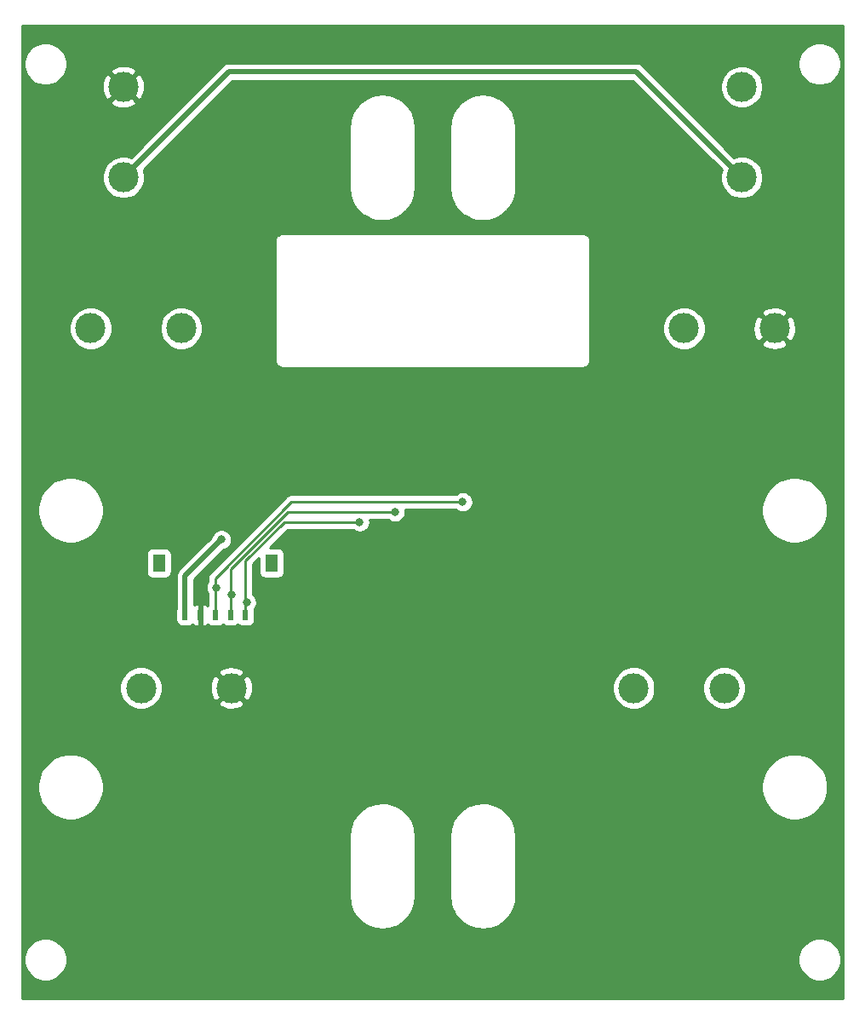
<source format=gbr>
%TF.GenerationSoftware,KiCad,Pcbnew,(5.1.10)-1*%
%TF.CreationDate,2022-05-08T17:07:42-07:00*%
%TF.ProjectId,solar-panel-side+XY,736f6c61-722d-4706-916e-656c2d736964,1.0*%
%TF.SameCoordinates,Original*%
%TF.FileFunction,Copper,L2,Bot*%
%TF.FilePolarity,Positive*%
%FSLAX46Y46*%
G04 Gerber Fmt 4.6, Leading zero omitted, Abs format (unit mm)*
G04 Created by KiCad (PCBNEW (5.1.10)-1) date 2022-05-08 17:07:42*
%MOMM*%
%LPD*%
G01*
G04 APERTURE LIST*
%TA.AperFunction,SMDPad,CuDef*%
%ADD10R,1.250000X1.800000*%
%TD*%
%TA.AperFunction,SMDPad,CuDef*%
%ADD11R,0.600000X1.000000*%
%TD*%
%TA.AperFunction,ComponentPad*%
%ADD12C,3.000000*%
%TD*%
%TA.AperFunction,ViaPad*%
%ADD13C,0.800000*%
%TD*%
%TA.AperFunction,Conductor*%
%ADD14C,0.250000*%
%TD*%
%TA.AperFunction,Conductor*%
%ADD15C,0.500000*%
%TD*%
%TA.AperFunction,Conductor*%
%ADD16C,0.254000*%
%TD*%
%TA.AperFunction,Conductor*%
%ADD17C,0.100000*%
%TD*%
G04 APERTURE END LIST*
D10*
%TO.P,J1,7*%
%TO.N,Net-(J1-Pad7)*%
X125500000Y-103810000D03*
%TO.P,J1,6*%
%TO.N,Net-(J1-Pad6)*%
X114290002Y-103810000D03*
D11*
%TO.P,J1,5*%
%TO.N,SDA*%
X122895002Y-109000000D03*
%TO.P,J1,4*%
%TO.N,SCL*%
X121395002Y-109000000D03*
%TO.P,J1,3*%
%TO.N,+3V3*%
X119895000Y-109000000D03*
%TO.P,J1,2*%
%TO.N,GND*%
X118395001Y-109000000D03*
%TO.P,J1,1*%
%TO.N,VSOLAR*%
X116895001Y-109000000D03*
%TD*%
D12*
%TO.P,SC6,2*%
%TO.N,GND*%
X110750000Y-56500000D03*
%TO.P,SC6,1*%
%TO.N,Net-(SC5-Pad2)*%
X110750000Y-65500000D03*
%TD*%
%TO.P,SC5,2*%
%TO.N,Net-(SC5-Pad2)*%
X172250000Y-65500000D03*
%TO.P,SC5,1*%
%TO.N,Net-(D3-Pad2)*%
X172250000Y-56500000D03*
%TD*%
%TO.P,SC4,2*%
%TO.N,GND*%
X175500000Y-80500000D03*
%TO.P,SC4,1*%
%TO.N,Net-(SC3-Pad2)*%
X166500000Y-80500000D03*
%TD*%
%TO.P,SC3,2*%
%TO.N,Net-(SC3-Pad2)*%
X170500000Y-116250000D03*
%TO.P,SC3,1*%
%TO.N,Net-(D2-Pad2)*%
X161500000Y-116250000D03*
%TD*%
%TO.P,SC2,2*%
%TO.N,GND*%
X121500000Y-116250000D03*
%TO.P,SC2,1*%
%TO.N,Net-(SC1-Pad2)*%
X112500000Y-116250000D03*
%TD*%
%TO.P,SC1,2*%
%TO.N,Net-(SC1-Pad2)*%
X116500000Y-80500000D03*
%TO.P,SC1,1*%
%TO.N,Net-(D1-Pad2)*%
X107500000Y-80500000D03*
%TD*%
D13*
%TO.N,GND*%
X142250000Y-91500000D03*
X146750000Y-114250000D03*
X143750000Y-124000000D03*
%TO.N,+3V3*%
X144500000Y-97750000D03*
X120000000Y-106250000D03*
%TO.N,VSOLAR*%
X120500000Y-101500000D03*
%TO.N,SDA*%
X134250000Y-99750000D03*
X123000000Y-107750000D03*
%TO.N,SCL*%
X137750000Y-98750000D03*
X121500000Y-107000000D03*
%TD*%
D14*
%TO.N,+3V3*%
X144500000Y-97750000D02*
X144500000Y-97750000D01*
X119895000Y-109000000D02*
X119895000Y-106605000D01*
X127477180Y-97750000D02*
X144500000Y-97750000D01*
X119895000Y-105332180D02*
X120238590Y-104988590D01*
X120238590Y-104988590D02*
X127477180Y-97750000D01*
X119895000Y-109000000D02*
X119895000Y-105332180D01*
X120000000Y-105227180D02*
X120238590Y-104988590D01*
D15*
%TO.N,VSOLAR*%
X120500000Y-101500000D02*
X120500000Y-101500000D01*
X120500000Y-101500000D02*
X117145001Y-104854999D01*
X116895001Y-105104999D02*
X117145001Y-104854999D01*
X116895001Y-109000000D02*
X116895001Y-105104999D01*
D14*
%TO.N,SDA*%
X134250000Y-99750000D02*
X134250000Y-99750000D01*
X126750000Y-99750000D02*
X134250000Y-99750000D01*
X122895002Y-103604998D02*
X126750000Y-99750000D01*
X122895002Y-109000000D02*
X122895002Y-103604998D01*
%TO.N,SCL*%
X137750000Y-98750000D02*
X137750000Y-98750000D01*
X127113590Y-98750000D02*
X137750000Y-98750000D01*
X121395002Y-104468588D02*
X127113590Y-98750000D01*
X121395002Y-109000000D02*
X121395002Y-104468588D01*
D15*
%TO.N,Net-(SC5-Pad2)*%
X110750000Y-65500000D02*
X121250000Y-55000000D01*
X161750000Y-55000000D02*
X172250000Y-65500000D01*
X121250000Y-55000000D02*
X161750000Y-55000000D01*
%TD*%
D16*
%TO.N,GND*%
X182340000Y-147090000D02*
X100660000Y-147090000D01*
X100660000Y-143018773D01*
X100855377Y-143018773D01*
X100855377Y-143441227D01*
X100937794Y-143855563D01*
X101099460Y-144245860D01*
X101334162Y-144597118D01*
X101632882Y-144895838D01*
X101984140Y-145130540D01*
X102374437Y-145292206D01*
X102788773Y-145374623D01*
X103211227Y-145374623D01*
X103625563Y-145292206D01*
X104015860Y-145130540D01*
X104367118Y-144895838D01*
X104665838Y-144597118D01*
X104900540Y-144245860D01*
X105062206Y-143855563D01*
X105144623Y-143441227D01*
X105144623Y-143018773D01*
X177855377Y-143018773D01*
X177855377Y-143441227D01*
X177937794Y-143855563D01*
X178099460Y-144245860D01*
X178334162Y-144597118D01*
X178632882Y-144895838D01*
X178984140Y-145130540D01*
X179374437Y-145292206D01*
X179788773Y-145374623D01*
X180211227Y-145374623D01*
X180625563Y-145292206D01*
X181015860Y-145130540D01*
X181367118Y-144895838D01*
X181665838Y-144597118D01*
X181900540Y-144245860D01*
X182062206Y-143855563D01*
X182144623Y-143441227D01*
X182144623Y-143018773D01*
X182062206Y-142604437D01*
X181900540Y-142214140D01*
X181665838Y-141862882D01*
X181367118Y-141564162D01*
X181015860Y-141329460D01*
X180625563Y-141167794D01*
X180211227Y-141085377D01*
X179788773Y-141085377D01*
X179374437Y-141167794D01*
X178984140Y-141329460D01*
X178632882Y-141564162D01*
X178334162Y-141862882D01*
X178099460Y-142214140D01*
X177937794Y-142604437D01*
X177855377Y-143018773D01*
X105144623Y-143018773D01*
X105062206Y-142604437D01*
X104900540Y-142214140D01*
X104665838Y-141862882D01*
X104367118Y-141564162D01*
X104015860Y-141329460D01*
X103625563Y-141167794D01*
X103211227Y-141085377D01*
X102788773Y-141085377D01*
X102374437Y-141167794D01*
X101984140Y-141329460D01*
X101632882Y-141564162D01*
X101334162Y-141862882D01*
X101099460Y-142214140D01*
X100937794Y-142604437D01*
X100855377Y-143018773D01*
X100660000Y-143018773D01*
X100660000Y-130897582D01*
X133190000Y-130897582D01*
X133190001Y-136962419D01*
X133190226Y-136964702D01*
X133190274Y-136971602D01*
X133193408Y-137001421D01*
X133193408Y-137031405D01*
X133194371Y-137040570D01*
X133252022Y-137554536D01*
X133264458Y-137613039D01*
X133276078Y-137671727D01*
X133278803Y-137680530D01*
X133435185Y-138173509D01*
X133458736Y-138228456D01*
X133481545Y-138283797D01*
X133485929Y-138291903D01*
X133735087Y-138745120D01*
X133768856Y-138794439D01*
X133801985Y-138844303D01*
X133807860Y-138851403D01*
X134140302Y-139247593D01*
X134183052Y-139289456D01*
X134225192Y-139331892D01*
X134232334Y-139337716D01*
X134635399Y-139661789D01*
X134685452Y-139694542D01*
X134735045Y-139727994D01*
X134743182Y-139732320D01*
X135201518Y-139971931D01*
X135256950Y-139994327D01*
X135312126Y-140017521D01*
X135320948Y-140020184D01*
X135817094Y-140166208D01*
X135875828Y-140177412D01*
X135934451Y-140189446D01*
X135943623Y-140190345D01*
X136458683Y-140237219D01*
X136518501Y-140236801D01*
X136578318Y-140237219D01*
X136587489Y-140236319D01*
X136587491Y-140236319D01*
X137101845Y-140182258D01*
X137160401Y-140170238D01*
X137219201Y-140159022D01*
X137228023Y-140156358D01*
X137722084Y-140003421D01*
X137777252Y-139980230D01*
X137832691Y-139957832D01*
X137840827Y-139953506D01*
X138295772Y-139707519D01*
X138345373Y-139674063D01*
X138395420Y-139641313D01*
X138402561Y-139635489D01*
X138801062Y-139305820D01*
X138843221Y-139263365D01*
X138885951Y-139221521D01*
X138891825Y-139214420D01*
X139218704Y-138813628D01*
X139251798Y-138763817D01*
X139285604Y-138714445D01*
X139289987Y-138706339D01*
X139532792Y-138249687D01*
X139555583Y-138194393D01*
X139579153Y-138139400D01*
X139581878Y-138130597D01*
X139731362Y-137635482D01*
X139742982Y-137576794D01*
X139755418Y-137518291D01*
X139756381Y-137509126D01*
X139806850Y-136994405D01*
X139806850Y-136994402D01*
X139810000Y-136962419D01*
X139810000Y-130897582D01*
X143190000Y-130897582D01*
X143190001Y-136962419D01*
X143190226Y-136964702D01*
X143190274Y-136971602D01*
X143193408Y-137001421D01*
X143193408Y-137031405D01*
X143194371Y-137040570D01*
X143252022Y-137554536D01*
X143264458Y-137613039D01*
X143276078Y-137671727D01*
X143278803Y-137680530D01*
X143435185Y-138173509D01*
X143458736Y-138228456D01*
X143481545Y-138283797D01*
X143485929Y-138291903D01*
X143735087Y-138745120D01*
X143768856Y-138794439D01*
X143801985Y-138844303D01*
X143807860Y-138851403D01*
X144140302Y-139247593D01*
X144183052Y-139289456D01*
X144225192Y-139331892D01*
X144232334Y-139337716D01*
X144635399Y-139661789D01*
X144685452Y-139694542D01*
X144735045Y-139727994D01*
X144743182Y-139732320D01*
X145201518Y-139971931D01*
X145256950Y-139994327D01*
X145312126Y-140017521D01*
X145320948Y-140020184D01*
X145817094Y-140166208D01*
X145875828Y-140177412D01*
X145934451Y-140189446D01*
X145943623Y-140190345D01*
X146458683Y-140237219D01*
X146518501Y-140236801D01*
X146578318Y-140237219D01*
X146587489Y-140236319D01*
X146587491Y-140236319D01*
X147101845Y-140182258D01*
X147160401Y-140170238D01*
X147219201Y-140159022D01*
X147228023Y-140156358D01*
X147722084Y-140003421D01*
X147777252Y-139980230D01*
X147832691Y-139957832D01*
X147840827Y-139953506D01*
X148295772Y-139707519D01*
X148345373Y-139674063D01*
X148395420Y-139641313D01*
X148402561Y-139635489D01*
X148801062Y-139305820D01*
X148843221Y-139263365D01*
X148885951Y-139221521D01*
X148891825Y-139214420D01*
X149218704Y-138813628D01*
X149251798Y-138763817D01*
X149285604Y-138714445D01*
X149289987Y-138706339D01*
X149532792Y-138249687D01*
X149555583Y-138194393D01*
X149579153Y-138139400D01*
X149581878Y-138130597D01*
X149731362Y-137635482D01*
X149742982Y-137576794D01*
X149755418Y-137518291D01*
X149756381Y-137509126D01*
X149806850Y-136994405D01*
X149806850Y-136994402D01*
X149810000Y-136962419D01*
X149810000Y-130897581D01*
X149809774Y-130895287D01*
X149809726Y-130888398D01*
X149806592Y-130858579D01*
X149806592Y-130828594D01*
X149805629Y-130819430D01*
X149747978Y-130305464D01*
X149735542Y-130246961D01*
X149723922Y-130188273D01*
X149721197Y-130179470D01*
X149564815Y-129686490D01*
X149541259Y-129631530D01*
X149518455Y-129576203D01*
X149514072Y-129568097D01*
X149264913Y-129114880D01*
X149231126Y-129065535D01*
X149198014Y-129015697D01*
X149192140Y-129008597D01*
X148859697Y-128612407D01*
X148816967Y-128570563D01*
X148774808Y-128528108D01*
X148767666Y-128522284D01*
X148364601Y-128198212D01*
X148314582Y-128165481D01*
X148264955Y-128132006D01*
X148256818Y-128127680D01*
X147798482Y-127888068D01*
X147743017Y-127865659D01*
X147687874Y-127842479D01*
X147679052Y-127839816D01*
X147182905Y-127693792D01*
X147124186Y-127682591D01*
X147065549Y-127670554D01*
X147056378Y-127669655D01*
X146541317Y-127622781D01*
X146481500Y-127623199D01*
X146421682Y-127622781D01*
X146412511Y-127623681D01*
X145898155Y-127677742D01*
X145839624Y-127689757D01*
X145780799Y-127700978D01*
X145771977Y-127703642D01*
X145277917Y-127856579D01*
X145222762Y-127879764D01*
X145167309Y-127902168D01*
X145159177Y-127906493D01*
X145159172Y-127906495D01*
X145159168Y-127906498D01*
X144704228Y-128152481D01*
X144654627Y-128185937D01*
X144604580Y-128218687D01*
X144597439Y-128224512D01*
X144198938Y-128554180D01*
X144156781Y-128596632D01*
X144114048Y-128638479D01*
X144108174Y-128645580D01*
X143781296Y-129046373D01*
X143748203Y-129096181D01*
X143714396Y-129145555D01*
X143710013Y-129153661D01*
X143467207Y-129610313D01*
X143444408Y-129665628D01*
X143420847Y-129720600D01*
X143418122Y-129729403D01*
X143268638Y-130224518D01*
X143257015Y-130283221D01*
X143244582Y-130341710D01*
X143243619Y-130350874D01*
X143193150Y-130865595D01*
X143190000Y-130897582D01*
X139810000Y-130897582D01*
X139810000Y-130897581D01*
X139809774Y-130895287D01*
X139809726Y-130888398D01*
X139806592Y-130858579D01*
X139806592Y-130828594D01*
X139805629Y-130819430D01*
X139747978Y-130305464D01*
X139735542Y-130246961D01*
X139723922Y-130188273D01*
X139721197Y-130179470D01*
X139564815Y-129686490D01*
X139541259Y-129631530D01*
X139518455Y-129576203D01*
X139514072Y-129568097D01*
X139264913Y-129114880D01*
X139231126Y-129065535D01*
X139198014Y-129015697D01*
X139192140Y-129008597D01*
X138859697Y-128612407D01*
X138816967Y-128570563D01*
X138774808Y-128528108D01*
X138767666Y-128522284D01*
X138364601Y-128198212D01*
X138314582Y-128165481D01*
X138264955Y-128132006D01*
X138256818Y-128127680D01*
X137798482Y-127888068D01*
X137743017Y-127865659D01*
X137687874Y-127842479D01*
X137679052Y-127839816D01*
X137182905Y-127693792D01*
X137124186Y-127682591D01*
X137065549Y-127670554D01*
X137056378Y-127669655D01*
X136541317Y-127622781D01*
X136481500Y-127623199D01*
X136421682Y-127622781D01*
X136412511Y-127623681D01*
X135898155Y-127677742D01*
X135839624Y-127689757D01*
X135780799Y-127700978D01*
X135771977Y-127703642D01*
X135277917Y-127856579D01*
X135222762Y-127879764D01*
X135167309Y-127902168D01*
X135159177Y-127906493D01*
X135159172Y-127906495D01*
X135159168Y-127906498D01*
X134704228Y-128152481D01*
X134654627Y-128185937D01*
X134604580Y-128218687D01*
X134597439Y-128224512D01*
X134198938Y-128554180D01*
X134156781Y-128596632D01*
X134114048Y-128638479D01*
X134108174Y-128645580D01*
X133781296Y-129046373D01*
X133748203Y-129096181D01*
X133714396Y-129145555D01*
X133710013Y-129153661D01*
X133467207Y-129610313D01*
X133444408Y-129665628D01*
X133420847Y-129720600D01*
X133418122Y-129729403D01*
X133268638Y-130224518D01*
X133257015Y-130283221D01*
X133244582Y-130341710D01*
X133243619Y-130350874D01*
X133193150Y-130865595D01*
X133190000Y-130897582D01*
X100660000Y-130897582D01*
X100660000Y-125756053D01*
X102210914Y-125756053D01*
X102210914Y-126403947D01*
X102337312Y-127039391D01*
X102585250Y-127637966D01*
X102945200Y-128176670D01*
X103403330Y-128634800D01*
X103942034Y-128994750D01*
X104540609Y-129242688D01*
X105176053Y-129369086D01*
X105823947Y-129369086D01*
X106459391Y-129242688D01*
X107057966Y-128994750D01*
X107596670Y-128634800D01*
X108054800Y-128176670D01*
X108414750Y-127637966D01*
X108662688Y-127039391D01*
X108789086Y-126403947D01*
X108789086Y-125756053D01*
X174210914Y-125756053D01*
X174210914Y-126403947D01*
X174337312Y-127039391D01*
X174585250Y-127637966D01*
X174945200Y-128176670D01*
X175403330Y-128634800D01*
X175942034Y-128994750D01*
X176540609Y-129242688D01*
X177176053Y-129369086D01*
X177823947Y-129369086D01*
X178459391Y-129242688D01*
X179057966Y-128994750D01*
X179596670Y-128634800D01*
X180054800Y-128176670D01*
X180414750Y-127637966D01*
X180662688Y-127039391D01*
X180789086Y-126403947D01*
X180789086Y-125756053D01*
X180662688Y-125120609D01*
X180414750Y-124522034D01*
X180054800Y-123983330D01*
X179596670Y-123525200D01*
X179057966Y-123165250D01*
X178459391Y-122917312D01*
X177823947Y-122790914D01*
X177176053Y-122790914D01*
X176540609Y-122917312D01*
X175942034Y-123165250D01*
X175403330Y-123525200D01*
X174945200Y-123983330D01*
X174585250Y-124522034D01*
X174337312Y-125120609D01*
X174210914Y-125756053D01*
X108789086Y-125756053D01*
X108662688Y-125120609D01*
X108414750Y-124522034D01*
X108054800Y-123983330D01*
X107596670Y-123525200D01*
X107057966Y-123165250D01*
X106459391Y-122917312D01*
X105823947Y-122790914D01*
X105176053Y-122790914D01*
X104540609Y-122917312D01*
X103942034Y-123165250D01*
X103403330Y-123525200D01*
X102945200Y-123983330D01*
X102585250Y-124522034D01*
X102337312Y-125120609D01*
X102210914Y-125756053D01*
X100660000Y-125756053D01*
X100660000Y-116039721D01*
X110365000Y-116039721D01*
X110365000Y-116460279D01*
X110447047Y-116872756D01*
X110607988Y-117261302D01*
X110841637Y-117610983D01*
X111139017Y-117908363D01*
X111488698Y-118142012D01*
X111877244Y-118302953D01*
X112289721Y-118385000D01*
X112710279Y-118385000D01*
X113122756Y-118302953D01*
X113511302Y-118142012D01*
X113860983Y-117908363D01*
X114027693Y-117741653D01*
X120187952Y-117741653D01*
X120343962Y-118057214D01*
X120718745Y-118248020D01*
X121123551Y-118362044D01*
X121542824Y-118394902D01*
X121960451Y-118345334D01*
X122360383Y-118215243D01*
X122656038Y-118057214D01*
X122812048Y-117741653D01*
X121500000Y-116429605D01*
X120187952Y-117741653D01*
X114027693Y-117741653D01*
X114158363Y-117610983D01*
X114392012Y-117261302D01*
X114552953Y-116872756D01*
X114635000Y-116460279D01*
X114635000Y-116292824D01*
X119355098Y-116292824D01*
X119404666Y-116710451D01*
X119534757Y-117110383D01*
X119692786Y-117406038D01*
X120008347Y-117562048D01*
X121320395Y-116250000D01*
X121679605Y-116250000D01*
X122991653Y-117562048D01*
X123307214Y-117406038D01*
X123498020Y-117031255D01*
X123612044Y-116626449D01*
X123644902Y-116207176D01*
X123625027Y-116039721D01*
X159365000Y-116039721D01*
X159365000Y-116460279D01*
X159447047Y-116872756D01*
X159607988Y-117261302D01*
X159841637Y-117610983D01*
X160139017Y-117908363D01*
X160488698Y-118142012D01*
X160877244Y-118302953D01*
X161289721Y-118385000D01*
X161710279Y-118385000D01*
X162122756Y-118302953D01*
X162511302Y-118142012D01*
X162860983Y-117908363D01*
X163158363Y-117610983D01*
X163392012Y-117261302D01*
X163552953Y-116872756D01*
X163635000Y-116460279D01*
X163635000Y-116039721D01*
X168365000Y-116039721D01*
X168365000Y-116460279D01*
X168447047Y-116872756D01*
X168607988Y-117261302D01*
X168841637Y-117610983D01*
X169139017Y-117908363D01*
X169488698Y-118142012D01*
X169877244Y-118302953D01*
X170289721Y-118385000D01*
X170710279Y-118385000D01*
X171122756Y-118302953D01*
X171511302Y-118142012D01*
X171860983Y-117908363D01*
X172158363Y-117610983D01*
X172392012Y-117261302D01*
X172552953Y-116872756D01*
X172635000Y-116460279D01*
X172635000Y-116039721D01*
X172552953Y-115627244D01*
X172392012Y-115238698D01*
X172158363Y-114889017D01*
X171860983Y-114591637D01*
X171511302Y-114357988D01*
X171122756Y-114197047D01*
X170710279Y-114115000D01*
X170289721Y-114115000D01*
X169877244Y-114197047D01*
X169488698Y-114357988D01*
X169139017Y-114591637D01*
X168841637Y-114889017D01*
X168607988Y-115238698D01*
X168447047Y-115627244D01*
X168365000Y-116039721D01*
X163635000Y-116039721D01*
X163552953Y-115627244D01*
X163392012Y-115238698D01*
X163158363Y-114889017D01*
X162860983Y-114591637D01*
X162511302Y-114357988D01*
X162122756Y-114197047D01*
X161710279Y-114115000D01*
X161289721Y-114115000D01*
X160877244Y-114197047D01*
X160488698Y-114357988D01*
X160139017Y-114591637D01*
X159841637Y-114889017D01*
X159607988Y-115238698D01*
X159447047Y-115627244D01*
X159365000Y-116039721D01*
X123625027Y-116039721D01*
X123595334Y-115789549D01*
X123465243Y-115389617D01*
X123307214Y-115093962D01*
X122991653Y-114937952D01*
X121679605Y-116250000D01*
X121320395Y-116250000D01*
X120008347Y-114937952D01*
X119692786Y-115093962D01*
X119501980Y-115468745D01*
X119387956Y-115873551D01*
X119355098Y-116292824D01*
X114635000Y-116292824D01*
X114635000Y-116039721D01*
X114552953Y-115627244D01*
X114392012Y-115238698D01*
X114158363Y-114889017D01*
X114027693Y-114758347D01*
X120187952Y-114758347D01*
X121500000Y-116070395D01*
X122812048Y-114758347D01*
X122656038Y-114442786D01*
X122281255Y-114251980D01*
X121876449Y-114137956D01*
X121457176Y-114105098D01*
X121039549Y-114154666D01*
X120639617Y-114284757D01*
X120343962Y-114442786D01*
X120187952Y-114758347D01*
X114027693Y-114758347D01*
X113860983Y-114591637D01*
X113511302Y-114357988D01*
X113122756Y-114197047D01*
X112710279Y-114115000D01*
X112289721Y-114115000D01*
X111877244Y-114197047D01*
X111488698Y-114357988D01*
X111139017Y-114591637D01*
X110841637Y-114889017D01*
X110607988Y-115238698D01*
X110447047Y-115627244D01*
X110365000Y-116039721D01*
X100660000Y-116039721D01*
X100660000Y-108500000D01*
X115956929Y-108500000D01*
X115956929Y-109500000D01*
X115969189Y-109624482D01*
X116005499Y-109744180D01*
X116064464Y-109854494D01*
X116143816Y-109951185D01*
X116240507Y-110030537D01*
X116350821Y-110089502D01*
X116470519Y-110125812D01*
X116595001Y-110138072D01*
X117195001Y-110138072D01*
X117319483Y-110125812D01*
X117439181Y-110089502D01*
X117549495Y-110030537D01*
X117645001Y-109952158D01*
X117740507Y-110030537D01*
X117850821Y-110089502D01*
X117970519Y-110125812D01*
X118095001Y-110138072D01*
X118109251Y-110135000D01*
X118268001Y-109976250D01*
X118268001Y-109127000D01*
X118248001Y-109127000D01*
X118248001Y-108873000D01*
X118268001Y-108873000D01*
X118268001Y-108023750D01*
X118522001Y-108023750D01*
X118522001Y-108873000D01*
X118542001Y-108873000D01*
X118542001Y-109127000D01*
X118522001Y-109127000D01*
X118522001Y-109976250D01*
X118680751Y-110135000D01*
X118695001Y-110138072D01*
X118819483Y-110125812D01*
X118939181Y-110089502D01*
X119049495Y-110030537D01*
X119145001Y-109952158D01*
X119240506Y-110030537D01*
X119350820Y-110089502D01*
X119470518Y-110125812D01*
X119595000Y-110138072D01*
X120195000Y-110138072D01*
X120319482Y-110125812D01*
X120439180Y-110089502D01*
X120549494Y-110030537D01*
X120645001Y-109952157D01*
X120740508Y-110030537D01*
X120850822Y-110089502D01*
X120970520Y-110125812D01*
X121095002Y-110138072D01*
X121695002Y-110138072D01*
X121819484Y-110125812D01*
X121939182Y-110089502D01*
X122049496Y-110030537D01*
X122145002Y-109952158D01*
X122240508Y-110030537D01*
X122350822Y-110089502D01*
X122470520Y-110125812D01*
X122595002Y-110138072D01*
X123195002Y-110138072D01*
X123319484Y-110125812D01*
X123439182Y-110089502D01*
X123549496Y-110030537D01*
X123646187Y-109951185D01*
X123725539Y-109854494D01*
X123784504Y-109744180D01*
X123820814Y-109624482D01*
X123833074Y-109500000D01*
X123833074Y-108500000D01*
X123821586Y-108383360D01*
X123917205Y-108240256D01*
X123995226Y-108051898D01*
X124035000Y-107851939D01*
X124035000Y-107648061D01*
X123995226Y-107448102D01*
X123917205Y-107259744D01*
X123803937Y-107090226D01*
X123659774Y-106946063D01*
X123655002Y-106942874D01*
X123655002Y-103919799D01*
X124236928Y-103337873D01*
X124236928Y-104710000D01*
X124249188Y-104834482D01*
X124285498Y-104954180D01*
X124344463Y-105064494D01*
X124423815Y-105161185D01*
X124520506Y-105240537D01*
X124630820Y-105299502D01*
X124750518Y-105335812D01*
X124875000Y-105348072D01*
X126125000Y-105348072D01*
X126249482Y-105335812D01*
X126369180Y-105299502D01*
X126479494Y-105240537D01*
X126576185Y-105161185D01*
X126655537Y-105064494D01*
X126714502Y-104954180D01*
X126750812Y-104834482D01*
X126763072Y-104710000D01*
X126763072Y-102910000D01*
X126750812Y-102785518D01*
X126714502Y-102665820D01*
X126655537Y-102555506D01*
X126576185Y-102458815D01*
X126479494Y-102379463D01*
X126369180Y-102320498D01*
X126249482Y-102284188D01*
X126125000Y-102271928D01*
X125302874Y-102271928D01*
X127064803Y-100510000D01*
X133546289Y-100510000D01*
X133590226Y-100553937D01*
X133759744Y-100667205D01*
X133948102Y-100745226D01*
X134148061Y-100785000D01*
X134351939Y-100785000D01*
X134551898Y-100745226D01*
X134740256Y-100667205D01*
X134909774Y-100553937D01*
X135053937Y-100409774D01*
X135167205Y-100240256D01*
X135245226Y-100051898D01*
X135285000Y-99851939D01*
X135285000Y-99648061D01*
X135257538Y-99510000D01*
X137046289Y-99510000D01*
X137090226Y-99553937D01*
X137259744Y-99667205D01*
X137448102Y-99745226D01*
X137648061Y-99785000D01*
X137851939Y-99785000D01*
X138051898Y-99745226D01*
X138240256Y-99667205D01*
X138409774Y-99553937D01*
X138553937Y-99409774D01*
X138667205Y-99240256D01*
X138745226Y-99051898D01*
X138785000Y-98851939D01*
X138785000Y-98648061D01*
X138757538Y-98510000D01*
X143796289Y-98510000D01*
X143840226Y-98553937D01*
X144009744Y-98667205D01*
X144198102Y-98745226D01*
X144398061Y-98785000D01*
X144601939Y-98785000D01*
X144801898Y-98745226D01*
X144990256Y-98667205D01*
X145159774Y-98553937D01*
X145303937Y-98409774D01*
X145406649Y-98256053D01*
X174210914Y-98256053D01*
X174210914Y-98903947D01*
X174337312Y-99539391D01*
X174585250Y-100137966D01*
X174945200Y-100676670D01*
X175403330Y-101134800D01*
X175942034Y-101494750D01*
X176540609Y-101742688D01*
X177176053Y-101869086D01*
X177823947Y-101869086D01*
X178459391Y-101742688D01*
X179057966Y-101494750D01*
X179596670Y-101134800D01*
X180054800Y-100676670D01*
X180414750Y-100137966D01*
X180662688Y-99539391D01*
X180789086Y-98903947D01*
X180789086Y-98256053D01*
X180662688Y-97620609D01*
X180414750Y-97022034D01*
X180054800Y-96483330D01*
X179596670Y-96025200D01*
X179057966Y-95665250D01*
X178459391Y-95417312D01*
X177823947Y-95290914D01*
X177176053Y-95290914D01*
X176540609Y-95417312D01*
X175942034Y-95665250D01*
X175403330Y-96025200D01*
X174945200Y-96483330D01*
X174585250Y-97022034D01*
X174337312Y-97620609D01*
X174210914Y-98256053D01*
X145406649Y-98256053D01*
X145417205Y-98240256D01*
X145495226Y-98051898D01*
X145535000Y-97851939D01*
X145535000Y-97648061D01*
X145495226Y-97448102D01*
X145417205Y-97259744D01*
X145303937Y-97090226D01*
X145159774Y-96946063D01*
X144990256Y-96832795D01*
X144801898Y-96754774D01*
X144601939Y-96715000D01*
X144398061Y-96715000D01*
X144198102Y-96754774D01*
X144009744Y-96832795D01*
X143840226Y-96946063D01*
X143796289Y-96990000D01*
X127514502Y-96990000D01*
X127477179Y-96986324D01*
X127439856Y-96990000D01*
X127439847Y-96990000D01*
X127328194Y-97000997D01*
X127184933Y-97044454D01*
X127052903Y-97115026D01*
X126969263Y-97183668D01*
X126937179Y-97209999D01*
X126913381Y-97238997D01*
X119727588Y-104424791D01*
X119383998Y-104768381D01*
X119355000Y-104792179D01*
X119331202Y-104821177D01*
X119331201Y-104821178D01*
X119260026Y-104907904D01*
X119189454Y-105039934D01*
X119169718Y-105104999D01*
X119145998Y-105183194D01*
X119142865Y-105215000D01*
X119131324Y-105332180D01*
X119135001Y-105369512D01*
X119135001Y-105681612D01*
X119082795Y-105759744D01*
X119004774Y-105948102D01*
X118965000Y-106148061D01*
X118965000Y-106351939D01*
X119004774Y-106551898D01*
X119082795Y-106740256D01*
X119135001Y-106818387D01*
X119135000Y-107803937D01*
X119135000Y-108039635D01*
X119049495Y-107969463D01*
X118939181Y-107910498D01*
X118819483Y-107874188D01*
X118695001Y-107861928D01*
X118680751Y-107865000D01*
X118522001Y-108023750D01*
X118268001Y-108023750D01*
X118109251Y-107865000D01*
X118095001Y-107861928D01*
X117970519Y-107874188D01*
X117850821Y-107910498D01*
X117780001Y-107948353D01*
X117780001Y-105471577D01*
X117801533Y-105450045D01*
X120745044Y-102506535D01*
X120801898Y-102495226D01*
X120990256Y-102417205D01*
X121159774Y-102303937D01*
X121303937Y-102159774D01*
X121417205Y-101990256D01*
X121495226Y-101801898D01*
X121535000Y-101601939D01*
X121535000Y-101398061D01*
X121495226Y-101198102D01*
X121417205Y-101009744D01*
X121303937Y-100840226D01*
X121159774Y-100696063D01*
X120990256Y-100582795D01*
X120801898Y-100504774D01*
X120601939Y-100465000D01*
X120398061Y-100465000D01*
X120198102Y-100504774D01*
X120009744Y-100582795D01*
X119840226Y-100696063D01*
X119696063Y-100840226D01*
X119582795Y-101009744D01*
X119504774Y-101198102D01*
X119493465Y-101254956D01*
X116549955Y-104198467D01*
X116299953Y-104448469D01*
X116266185Y-104476182D01*
X116238472Y-104509950D01*
X116238469Y-104509953D01*
X116155591Y-104610940D01*
X116073413Y-104764686D01*
X116022806Y-104931509D01*
X116005720Y-105104999D01*
X116010002Y-105148478D01*
X116010001Y-108247397D01*
X116005499Y-108255820D01*
X115969189Y-108375518D01*
X115956929Y-108500000D01*
X100660000Y-108500000D01*
X100660000Y-102910000D01*
X113026930Y-102910000D01*
X113026930Y-104710000D01*
X113039190Y-104834482D01*
X113075500Y-104954180D01*
X113134465Y-105064494D01*
X113213817Y-105161185D01*
X113310508Y-105240537D01*
X113420822Y-105299502D01*
X113540520Y-105335812D01*
X113665002Y-105348072D01*
X114915002Y-105348072D01*
X115039484Y-105335812D01*
X115159182Y-105299502D01*
X115269496Y-105240537D01*
X115366187Y-105161185D01*
X115445539Y-105064494D01*
X115504504Y-104954180D01*
X115540814Y-104834482D01*
X115553074Y-104710000D01*
X115553074Y-102910000D01*
X115540814Y-102785518D01*
X115504504Y-102665820D01*
X115445539Y-102555506D01*
X115366187Y-102458815D01*
X115269496Y-102379463D01*
X115159182Y-102320498D01*
X115039484Y-102284188D01*
X114915002Y-102271928D01*
X113665002Y-102271928D01*
X113540520Y-102284188D01*
X113420822Y-102320498D01*
X113310508Y-102379463D01*
X113213817Y-102458815D01*
X113134465Y-102555506D01*
X113075500Y-102665820D01*
X113039190Y-102785518D01*
X113026930Y-102910000D01*
X100660000Y-102910000D01*
X100660000Y-98256053D01*
X102210914Y-98256053D01*
X102210914Y-98903947D01*
X102337312Y-99539391D01*
X102585250Y-100137966D01*
X102945200Y-100676670D01*
X103403330Y-101134800D01*
X103942034Y-101494750D01*
X104540609Y-101742688D01*
X105176053Y-101869086D01*
X105823947Y-101869086D01*
X106459391Y-101742688D01*
X107057966Y-101494750D01*
X107596670Y-101134800D01*
X108054800Y-100676670D01*
X108414750Y-100137966D01*
X108662688Y-99539391D01*
X108789086Y-98903947D01*
X108789086Y-98256053D01*
X108662688Y-97620609D01*
X108414750Y-97022034D01*
X108054800Y-96483330D01*
X107596670Y-96025200D01*
X107057966Y-95665250D01*
X106459391Y-95417312D01*
X105823947Y-95290914D01*
X105176053Y-95290914D01*
X104540609Y-95417312D01*
X103942034Y-95665250D01*
X103403330Y-96025200D01*
X102945200Y-96483330D01*
X102585250Y-97022034D01*
X102337312Y-97620609D01*
X102210914Y-98256053D01*
X100660000Y-98256053D01*
X100660000Y-80289721D01*
X105365000Y-80289721D01*
X105365000Y-80710279D01*
X105447047Y-81122756D01*
X105607988Y-81511302D01*
X105841637Y-81860983D01*
X106139017Y-82158363D01*
X106488698Y-82392012D01*
X106877244Y-82552953D01*
X107289721Y-82635000D01*
X107710279Y-82635000D01*
X108122756Y-82552953D01*
X108511302Y-82392012D01*
X108860983Y-82158363D01*
X109158363Y-81860983D01*
X109392012Y-81511302D01*
X109552953Y-81122756D01*
X109635000Y-80710279D01*
X109635000Y-80289721D01*
X114365000Y-80289721D01*
X114365000Y-80710279D01*
X114447047Y-81122756D01*
X114607988Y-81511302D01*
X114841637Y-81860983D01*
X115139017Y-82158363D01*
X115488698Y-82392012D01*
X115877244Y-82552953D01*
X116289721Y-82635000D01*
X116710279Y-82635000D01*
X117122756Y-82552953D01*
X117511302Y-82392012D01*
X117860983Y-82158363D01*
X118158363Y-81860983D01*
X118392012Y-81511302D01*
X118552953Y-81122756D01*
X118635000Y-80710279D01*
X118635000Y-80289721D01*
X118552953Y-79877244D01*
X118392012Y-79488698D01*
X118158363Y-79139017D01*
X117860983Y-78841637D01*
X117511302Y-78607988D01*
X117122756Y-78447047D01*
X116710279Y-78365000D01*
X116289721Y-78365000D01*
X115877244Y-78447047D01*
X115488698Y-78607988D01*
X115139017Y-78841637D01*
X114841637Y-79139017D01*
X114607988Y-79488698D01*
X114447047Y-79877244D01*
X114365000Y-80289721D01*
X109635000Y-80289721D01*
X109552953Y-79877244D01*
X109392012Y-79488698D01*
X109158363Y-79139017D01*
X108860983Y-78841637D01*
X108511302Y-78607988D01*
X108122756Y-78447047D01*
X107710279Y-78365000D01*
X107289721Y-78365000D01*
X106877244Y-78447047D01*
X106488698Y-78607988D01*
X106139017Y-78841637D01*
X105841637Y-79139017D01*
X105607988Y-79488698D01*
X105447047Y-79877244D01*
X105365000Y-80289721D01*
X100660000Y-80289721D01*
X100660000Y-71750000D01*
X125836807Y-71750000D01*
X125840001Y-71782429D01*
X125840000Y-83717581D01*
X125836807Y-83750000D01*
X125849550Y-83879383D01*
X125887290Y-84003793D01*
X125948575Y-84118450D01*
X126031052Y-84218948D01*
X126131550Y-84301425D01*
X126246207Y-84362710D01*
X126370617Y-84400450D01*
X126500000Y-84413193D01*
X126532419Y-84410000D01*
X156467581Y-84410000D01*
X156500000Y-84413193D01*
X156532419Y-84410000D01*
X156629383Y-84400450D01*
X156753793Y-84362710D01*
X156868450Y-84301425D01*
X156968948Y-84218948D01*
X157051425Y-84118450D01*
X157112710Y-84003793D01*
X157150450Y-83879383D01*
X157163193Y-83750000D01*
X157160000Y-83717581D01*
X157160000Y-80289721D01*
X164365000Y-80289721D01*
X164365000Y-80710279D01*
X164447047Y-81122756D01*
X164607988Y-81511302D01*
X164841637Y-81860983D01*
X165139017Y-82158363D01*
X165488698Y-82392012D01*
X165877244Y-82552953D01*
X166289721Y-82635000D01*
X166710279Y-82635000D01*
X167122756Y-82552953D01*
X167511302Y-82392012D01*
X167860983Y-82158363D01*
X168027693Y-81991653D01*
X174187952Y-81991653D01*
X174343962Y-82307214D01*
X174718745Y-82498020D01*
X175123551Y-82612044D01*
X175542824Y-82644902D01*
X175960451Y-82595334D01*
X176360383Y-82465243D01*
X176656038Y-82307214D01*
X176812048Y-81991653D01*
X175500000Y-80679605D01*
X174187952Y-81991653D01*
X168027693Y-81991653D01*
X168158363Y-81860983D01*
X168392012Y-81511302D01*
X168552953Y-81122756D01*
X168635000Y-80710279D01*
X168635000Y-80542824D01*
X173355098Y-80542824D01*
X173404666Y-80960451D01*
X173534757Y-81360383D01*
X173692786Y-81656038D01*
X174008347Y-81812048D01*
X175320395Y-80500000D01*
X175679605Y-80500000D01*
X176991653Y-81812048D01*
X177307214Y-81656038D01*
X177498020Y-81281255D01*
X177612044Y-80876449D01*
X177644902Y-80457176D01*
X177595334Y-80039549D01*
X177465243Y-79639617D01*
X177307214Y-79343962D01*
X176991653Y-79187952D01*
X175679605Y-80500000D01*
X175320395Y-80500000D01*
X174008347Y-79187952D01*
X173692786Y-79343962D01*
X173501980Y-79718745D01*
X173387956Y-80123551D01*
X173355098Y-80542824D01*
X168635000Y-80542824D01*
X168635000Y-80289721D01*
X168552953Y-79877244D01*
X168392012Y-79488698D01*
X168158363Y-79139017D01*
X168027693Y-79008347D01*
X174187952Y-79008347D01*
X175500000Y-80320395D01*
X176812048Y-79008347D01*
X176656038Y-78692786D01*
X176281255Y-78501980D01*
X175876449Y-78387956D01*
X175457176Y-78355098D01*
X175039549Y-78404666D01*
X174639617Y-78534757D01*
X174343962Y-78692786D01*
X174187952Y-79008347D01*
X168027693Y-79008347D01*
X167860983Y-78841637D01*
X167511302Y-78607988D01*
X167122756Y-78447047D01*
X166710279Y-78365000D01*
X166289721Y-78365000D01*
X165877244Y-78447047D01*
X165488698Y-78607988D01*
X165139017Y-78841637D01*
X164841637Y-79139017D01*
X164607988Y-79488698D01*
X164447047Y-79877244D01*
X164365000Y-80289721D01*
X157160000Y-80289721D01*
X157160000Y-71782419D01*
X157163193Y-71750000D01*
X157150450Y-71620617D01*
X157112710Y-71496207D01*
X157051425Y-71381550D01*
X156968948Y-71281052D01*
X156868450Y-71198575D01*
X156753793Y-71137290D01*
X156629383Y-71099550D01*
X156532419Y-71090000D01*
X156500000Y-71086807D01*
X156467581Y-71090000D01*
X126532419Y-71090000D01*
X126500000Y-71086807D01*
X126467581Y-71090000D01*
X126370617Y-71099550D01*
X126246207Y-71137290D01*
X126131550Y-71198575D01*
X126031052Y-71281052D01*
X125948575Y-71381550D01*
X125887290Y-71496207D01*
X125849550Y-71620617D01*
X125836807Y-71750000D01*
X100660000Y-71750000D01*
X100660000Y-65289721D01*
X108615000Y-65289721D01*
X108615000Y-65710279D01*
X108697047Y-66122756D01*
X108857988Y-66511302D01*
X109091637Y-66860983D01*
X109389017Y-67158363D01*
X109738698Y-67392012D01*
X110127244Y-67552953D01*
X110539721Y-67635000D01*
X110960279Y-67635000D01*
X111372756Y-67552953D01*
X111761302Y-67392012D01*
X112110983Y-67158363D01*
X112408363Y-66860983D01*
X112607857Y-66562418D01*
X133190000Y-66562418D01*
X133190226Y-66564712D01*
X133190274Y-66571602D01*
X133193408Y-66601421D01*
X133193408Y-66631405D01*
X133194371Y-66640570D01*
X133252022Y-67154536D01*
X133264458Y-67213039D01*
X133276078Y-67271727D01*
X133278803Y-67280530D01*
X133435185Y-67773509D01*
X133458736Y-67828456D01*
X133481545Y-67883797D01*
X133485929Y-67891903D01*
X133735087Y-68345120D01*
X133768856Y-68394439D01*
X133801985Y-68444303D01*
X133807860Y-68451403D01*
X134140302Y-68847593D01*
X134183052Y-68889456D01*
X134225192Y-68931892D01*
X134232334Y-68937716D01*
X134635399Y-69261789D01*
X134685452Y-69294542D01*
X134735045Y-69327994D01*
X134743182Y-69332320D01*
X135201518Y-69571931D01*
X135256950Y-69594327D01*
X135312126Y-69617521D01*
X135320948Y-69620184D01*
X135817094Y-69766208D01*
X135875828Y-69777412D01*
X135934451Y-69789446D01*
X135943623Y-69790345D01*
X136458683Y-69837219D01*
X136518501Y-69836801D01*
X136578318Y-69837219D01*
X136587489Y-69836319D01*
X136587491Y-69836319D01*
X137101845Y-69782258D01*
X137160401Y-69770238D01*
X137219201Y-69759022D01*
X137228023Y-69756358D01*
X137722084Y-69603421D01*
X137777252Y-69580230D01*
X137832691Y-69557832D01*
X137840827Y-69553506D01*
X138295772Y-69307519D01*
X138345373Y-69274063D01*
X138395420Y-69241313D01*
X138402561Y-69235489D01*
X138801062Y-68905820D01*
X138843221Y-68863365D01*
X138885951Y-68821521D01*
X138891825Y-68814420D01*
X139218704Y-68413628D01*
X139251798Y-68363817D01*
X139285604Y-68314445D01*
X139289987Y-68306339D01*
X139532792Y-67849687D01*
X139555583Y-67794393D01*
X139579153Y-67739400D01*
X139581878Y-67730597D01*
X139731362Y-67235482D01*
X139742982Y-67176794D01*
X139755418Y-67118291D01*
X139756381Y-67109126D01*
X139806850Y-66594405D01*
X139806850Y-66594402D01*
X139810000Y-66562419D01*
X139810000Y-60497582D01*
X143190000Y-60497582D01*
X143190001Y-66562419D01*
X143190226Y-66564702D01*
X143190274Y-66571602D01*
X143193408Y-66601421D01*
X143193408Y-66631405D01*
X143194371Y-66640570D01*
X143252022Y-67154536D01*
X143264458Y-67213039D01*
X143276078Y-67271727D01*
X143278803Y-67280530D01*
X143435185Y-67773509D01*
X143458736Y-67828456D01*
X143481545Y-67883797D01*
X143485929Y-67891903D01*
X143735087Y-68345120D01*
X143768856Y-68394439D01*
X143801985Y-68444303D01*
X143807860Y-68451403D01*
X144140302Y-68847593D01*
X144183052Y-68889456D01*
X144225192Y-68931892D01*
X144232334Y-68937716D01*
X144635399Y-69261789D01*
X144685452Y-69294542D01*
X144735045Y-69327994D01*
X144743182Y-69332320D01*
X145201518Y-69571931D01*
X145256950Y-69594327D01*
X145312126Y-69617521D01*
X145320948Y-69620184D01*
X145817094Y-69766208D01*
X145875828Y-69777412D01*
X145934451Y-69789446D01*
X145943623Y-69790345D01*
X146458683Y-69837219D01*
X146518501Y-69836801D01*
X146578318Y-69837219D01*
X146587489Y-69836319D01*
X146587491Y-69836319D01*
X147101845Y-69782258D01*
X147160401Y-69770238D01*
X147219201Y-69759022D01*
X147228023Y-69756358D01*
X147722084Y-69603421D01*
X147777252Y-69580230D01*
X147832691Y-69557832D01*
X147840827Y-69553506D01*
X148295772Y-69307519D01*
X148345373Y-69274063D01*
X148395420Y-69241313D01*
X148402561Y-69235489D01*
X148801062Y-68905820D01*
X148843221Y-68863365D01*
X148885951Y-68821521D01*
X148891825Y-68814420D01*
X149218704Y-68413628D01*
X149251798Y-68363817D01*
X149285604Y-68314445D01*
X149289987Y-68306339D01*
X149532792Y-67849687D01*
X149555583Y-67794393D01*
X149579153Y-67739400D01*
X149581878Y-67730597D01*
X149731362Y-67235482D01*
X149742982Y-67176794D01*
X149755418Y-67118291D01*
X149756381Y-67109126D01*
X149806850Y-66594405D01*
X149806850Y-66594402D01*
X149810000Y-66562419D01*
X149810000Y-60497581D01*
X149809774Y-60495287D01*
X149809726Y-60488398D01*
X149806592Y-60458579D01*
X149806592Y-60428594D01*
X149805629Y-60419430D01*
X149747978Y-59905464D01*
X149735542Y-59846961D01*
X149723922Y-59788273D01*
X149721197Y-59779470D01*
X149564815Y-59286490D01*
X149541259Y-59231530D01*
X149518455Y-59176203D01*
X149514072Y-59168097D01*
X149264913Y-58714880D01*
X149231126Y-58665535D01*
X149198014Y-58615697D01*
X149192140Y-58608597D01*
X148859697Y-58212407D01*
X148816967Y-58170563D01*
X148774808Y-58128108D01*
X148767666Y-58122284D01*
X148364601Y-57798212D01*
X148314582Y-57765481D01*
X148264955Y-57732006D01*
X148256818Y-57727680D01*
X147798482Y-57488068D01*
X147743017Y-57465659D01*
X147687874Y-57442479D01*
X147679052Y-57439816D01*
X147182905Y-57293792D01*
X147124186Y-57282591D01*
X147065549Y-57270554D01*
X147056378Y-57269655D01*
X146541317Y-57222781D01*
X146481500Y-57223199D01*
X146421682Y-57222781D01*
X146412511Y-57223681D01*
X145898155Y-57277742D01*
X145839624Y-57289757D01*
X145780799Y-57300978D01*
X145771977Y-57303642D01*
X145277917Y-57456579D01*
X145222762Y-57479764D01*
X145167309Y-57502168D01*
X145159177Y-57506493D01*
X145159172Y-57506495D01*
X145159168Y-57506498D01*
X144704228Y-57752481D01*
X144654627Y-57785937D01*
X144604580Y-57818687D01*
X144597439Y-57824512D01*
X144198938Y-58154180D01*
X144156781Y-58196632D01*
X144114048Y-58238479D01*
X144108174Y-58245580D01*
X143781296Y-58646373D01*
X143748203Y-58696181D01*
X143714396Y-58745555D01*
X143710013Y-58753661D01*
X143467207Y-59210313D01*
X143444408Y-59265628D01*
X143420847Y-59320600D01*
X143418122Y-59329403D01*
X143268638Y-59824518D01*
X143257015Y-59883221D01*
X143244582Y-59941710D01*
X143243619Y-59950874D01*
X143193150Y-60465595D01*
X143190000Y-60497582D01*
X139810000Y-60497582D01*
X139810000Y-60497581D01*
X139809774Y-60495287D01*
X139809726Y-60488398D01*
X139806592Y-60458579D01*
X139806592Y-60428594D01*
X139805629Y-60419430D01*
X139747978Y-59905464D01*
X139735542Y-59846961D01*
X139723922Y-59788273D01*
X139721197Y-59779470D01*
X139564815Y-59286490D01*
X139541259Y-59231530D01*
X139518455Y-59176203D01*
X139514072Y-59168097D01*
X139264913Y-58714880D01*
X139231126Y-58665535D01*
X139198014Y-58615697D01*
X139192140Y-58608597D01*
X138859697Y-58212407D01*
X138816967Y-58170563D01*
X138774808Y-58128108D01*
X138767666Y-58122284D01*
X138364601Y-57798212D01*
X138314582Y-57765481D01*
X138264955Y-57732006D01*
X138256818Y-57727680D01*
X137798482Y-57488068D01*
X137743017Y-57465659D01*
X137687874Y-57442479D01*
X137679052Y-57439816D01*
X137182905Y-57293792D01*
X137124186Y-57282591D01*
X137065549Y-57270554D01*
X137056378Y-57269655D01*
X136541317Y-57222781D01*
X136481500Y-57223199D01*
X136421682Y-57222781D01*
X136412511Y-57223681D01*
X135898155Y-57277742D01*
X135839624Y-57289757D01*
X135780799Y-57300978D01*
X135771977Y-57303642D01*
X135277917Y-57456579D01*
X135222762Y-57479764D01*
X135167309Y-57502168D01*
X135159177Y-57506493D01*
X135159172Y-57506495D01*
X135159168Y-57506498D01*
X134704228Y-57752481D01*
X134654627Y-57785937D01*
X134604580Y-57818687D01*
X134597439Y-57824512D01*
X134198938Y-58154180D01*
X134156781Y-58196632D01*
X134114048Y-58238479D01*
X134108174Y-58245580D01*
X133781296Y-58646373D01*
X133748203Y-58696181D01*
X133714396Y-58745555D01*
X133710013Y-58753661D01*
X133467207Y-59210313D01*
X133444408Y-59265628D01*
X133420847Y-59320600D01*
X133418122Y-59329403D01*
X133268638Y-59824518D01*
X133257015Y-59883221D01*
X133244582Y-59941710D01*
X133243619Y-59950874D01*
X133193150Y-60465595D01*
X133193150Y-60465608D01*
X133190001Y-60497581D01*
X133190000Y-66562418D01*
X112607857Y-66562418D01*
X112642012Y-66511302D01*
X112802953Y-66122756D01*
X112885000Y-65710279D01*
X112885000Y-65289721D01*
X112802953Y-64877244D01*
X112750637Y-64750941D01*
X121616579Y-55885000D01*
X161383422Y-55885000D01*
X170249363Y-64750942D01*
X170197047Y-64877244D01*
X170115000Y-65289721D01*
X170115000Y-65710279D01*
X170197047Y-66122756D01*
X170357988Y-66511302D01*
X170591637Y-66860983D01*
X170889017Y-67158363D01*
X171238698Y-67392012D01*
X171627244Y-67552953D01*
X172039721Y-67635000D01*
X172460279Y-67635000D01*
X172872756Y-67552953D01*
X173261302Y-67392012D01*
X173610983Y-67158363D01*
X173908363Y-66860983D01*
X174142012Y-66511302D01*
X174302953Y-66122756D01*
X174385000Y-65710279D01*
X174385000Y-65289721D01*
X174302953Y-64877244D01*
X174142012Y-64488698D01*
X173908363Y-64139017D01*
X173610983Y-63841637D01*
X173261302Y-63607988D01*
X172872756Y-63447047D01*
X172460279Y-63365000D01*
X172039721Y-63365000D01*
X171627244Y-63447047D01*
X171500942Y-63499363D01*
X164291300Y-56289721D01*
X170115000Y-56289721D01*
X170115000Y-56710279D01*
X170197047Y-57122756D01*
X170357988Y-57511302D01*
X170591637Y-57860983D01*
X170889017Y-58158363D01*
X171238698Y-58392012D01*
X171627244Y-58552953D01*
X172039721Y-58635000D01*
X172460279Y-58635000D01*
X172872756Y-58552953D01*
X173261302Y-58392012D01*
X173610983Y-58158363D01*
X173908363Y-57860983D01*
X174142012Y-57511302D01*
X174302953Y-57122756D01*
X174385000Y-56710279D01*
X174385000Y-56289721D01*
X174302953Y-55877244D01*
X174142012Y-55488698D01*
X173908363Y-55139017D01*
X173610983Y-54841637D01*
X173261302Y-54607988D01*
X172872756Y-54447047D01*
X172460279Y-54365000D01*
X172039721Y-54365000D01*
X171627244Y-54447047D01*
X171238698Y-54607988D01*
X170889017Y-54841637D01*
X170591637Y-55139017D01*
X170357988Y-55488698D01*
X170197047Y-55877244D01*
X170115000Y-56289721D01*
X164291300Y-56289721D01*
X162406534Y-54404956D01*
X162378817Y-54371183D01*
X162244059Y-54260589D01*
X162090313Y-54178411D01*
X161923490Y-54127805D01*
X161793477Y-54115000D01*
X161793469Y-54115000D01*
X161750000Y-54110719D01*
X161706531Y-54115000D01*
X121293465Y-54115000D01*
X121249999Y-54110719D01*
X121206533Y-54115000D01*
X121206523Y-54115000D01*
X121076510Y-54127805D01*
X120909687Y-54178411D01*
X120755941Y-54260589D01*
X120755939Y-54260590D01*
X120755940Y-54260590D01*
X120654953Y-54343468D01*
X120654951Y-54343470D01*
X120621183Y-54371183D01*
X120593470Y-54404951D01*
X111499059Y-63499363D01*
X111372756Y-63447047D01*
X110960279Y-63365000D01*
X110539721Y-63365000D01*
X110127244Y-63447047D01*
X109738698Y-63607988D01*
X109389017Y-63841637D01*
X109091637Y-64139017D01*
X108857988Y-64488698D01*
X108697047Y-64877244D01*
X108615000Y-65289721D01*
X100660000Y-65289721D01*
X100660000Y-57991653D01*
X109437952Y-57991653D01*
X109593962Y-58307214D01*
X109968745Y-58498020D01*
X110373551Y-58612044D01*
X110792824Y-58644902D01*
X111210451Y-58595334D01*
X111610383Y-58465243D01*
X111906038Y-58307214D01*
X112062048Y-57991653D01*
X110750000Y-56679605D01*
X109437952Y-57991653D01*
X100660000Y-57991653D01*
X100660000Y-56542824D01*
X108605098Y-56542824D01*
X108654666Y-56960451D01*
X108784757Y-57360383D01*
X108942786Y-57656038D01*
X109258347Y-57812048D01*
X110570395Y-56500000D01*
X110929605Y-56500000D01*
X112241653Y-57812048D01*
X112557214Y-57656038D01*
X112748020Y-57281255D01*
X112862044Y-56876449D01*
X112894902Y-56457176D01*
X112845334Y-56039549D01*
X112715243Y-55639617D01*
X112557214Y-55343962D01*
X112241653Y-55187952D01*
X110929605Y-56500000D01*
X110570395Y-56500000D01*
X109258347Y-55187952D01*
X108942786Y-55343962D01*
X108751980Y-55718745D01*
X108637956Y-56123551D01*
X108605098Y-56542824D01*
X100660000Y-56542824D01*
X100660000Y-54018773D01*
X100855377Y-54018773D01*
X100855377Y-54441227D01*
X100937794Y-54855563D01*
X101099460Y-55245860D01*
X101334162Y-55597118D01*
X101632882Y-55895838D01*
X101984140Y-56130540D01*
X102374437Y-56292206D01*
X102788773Y-56374623D01*
X103211227Y-56374623D01*
X103625563Y-56292206D01*
X104015860Y-56130540D01*
X104367118Y-55895838D01*
X104665838Y-55597118D01*
X104900540Y-55245860D01*
X104998920Y-55008347D01*
X109437952Y-55008347D01*
X110750000Y-56320395D01*
X112062048Y-55008347D01*
X111906038Y-54692786D01*
X111531255Y-54501980D01*
X111126449Y-54387956D01*
X110707176Y-54355098D01*
X110289549Y-54404666D01*
X109889617Y-54534757D01*
X109593962Y-54692786D01*
X109437952Y-55008347D01*
X104998920Y-55008347D01*
X105062206Y-54855563D01*
X105144623Y-54441227D01*
X105144623Y-54018773D01*
X177855377Y-54018773D01*
X177855377Y-54441227D01*
X177937794Y-54855563D01*
X178099460Y-55245860D01*
X178334162Y-55597118D01*
X178632882Y-55895838D01*
X178984140Y-56130540D01*
X179374437Y-56292206D01*
X179788773Y-56374623D01*
X180211227Y-56374623D01*
X180625563Y-56292206D01*
X181015860Y-56130540D01*
X181367118Y-55895838D01*
X181665838Y-55597118D01*
X181900540Y-55245860D01*
X182062206Y-54855563D01*
X182144623Y-54441227D01*
X182144623Y-54018773D01*
X182062206Y-53604437D01*
X181900540Y-53214140D01*
X181665838Y-52862882D01*
X181367118Y-52564162D01*
X181015860Y-52329460D01*
X180625563Y-52167794D01*
X180211227Y-52085377D01*
X179788773Y-52085377D01*
X179374437Y-52167794D01*
X178984140Y-52329460D01*
X178632882Y-52564162D01*
X178334162Y-52862882D01*
X178099460Y-53214140D01*
X177937794Y-53604437D01*
X177855377Y-54018773D01*
X105144623Y-54018773D01*
X105062206Y-53604437D01*
X104900540Y-53214140D01*
X104665838Y-52862882D01*
X104367118Y-52564162D01*
X104015860Y-52329460D01*
X103625563Y-52167794D01*
X103211227Y-52085377D01*
X102788773Y-52085377D01*
X102374437Y-52167794D01*
X101984140Y-52329460D01*
X101632882Y-52564162D01*
X101334162Y-52862882D01*
X101099460Y-53214140D01*
X100937794Y-53604437D01*
X100855377Y-54018773D01*
X100660000Y-54018773D01*
X100660000Y-50410000D01*
X182340001Y-50410000D01*
X182340000Y-147090000D01*
%TA.AperFunction,Conductor*%
D17*
G36*
X182340000Y-147090000D02*
G01*
X100660000Y-147090000D01*
X100660000Y-143018773D01*
X100855377Y-143018773D01*
X100855377Y-143441227D01*
X100937794Y-143855563D01*
X101099460Y-144245860D01*
X101334162Y-144597118D01*
X101632882Y-144895838D01*
X101984140Y-145130540D01*
X102374437Y-145292206D01*
X102788773Y-145374623D01*
X103211227Y-145374623D01*
X103625563Y-145292206D01*
X104015860Y-145130540D01*
X104367118Y-144895838D01*
X104665838Y-144597118D01*
X104900540Y-144245860D01*
X105062206Y-143855563D01*
X105144623Y-143441227D01*
X105144623Y-143018773D01*
X177855377Y-143018773D01*
X177855377Y-143441227D01*
X177937794Y-143855563D01*
X178099460Y-144245860D01*
X178334162Y-144597118D01*
X178632882Y-144895838D01*
X178984140Y-145130540D01*
X179374437Y-145292206D01*
X179788773Y-145374623D01*
X180211227Y-145374623D01*
X180625563Y-145292206D01*
X181015860Y-145130540D01*
X181367118Y-144895838D01*
X181665838Y-144597118D01*
X181900540Y-144245860D01*
X182062206Y-143855563D01*
X182144623Y-143441227D01*
X182144623Y-143018773D01*
X182062206Y-142604437D01*
X181900540Y-142214140D01*
X181665838Y-141862882D01*
X181367118Y-141564162D01*
X181015860Y-141329460D01*
X180625563Y-141167794D01*
X180211227Y-141085377D01*
X179788773Y-141085377D01*
X179374437Y-141167794D01*
X178984140Y-141329460D01*
X178632882Y-141564162D01*
X178334162Y-141862882D01*
X178099460Y-142214140D01*
X177937794Y-142604437D01*
X177855377Y-143018773D01*
X105144623Y-143018773D01*
X105062206Y-142604437D01*
X104900540Y-142214140D01*
X104665838Y-141862882D01*
X104367118Y-141564162D01*
X104015860Y-141329460D01*
X103625563Y-141167794D01*
X103211227Y-141085377D01*
X102788773Y-141085377D01*
X102374437Y-141167794D01*
X101984140Y-141329460D01*
X101632882Y-141564162D01*
X101334162Y-141862882D01*
X101099460Y-142214140D01*
X100937794Y-142604437D01*
X100855377Y-143018773D01*
X100660000Y-143018773D01*
X100660000Y-130897582D01*
X133190000Y-130897582D01*
X133190001Y-136962419D01*
X133190226Y-136964702D01*
X133190274Y-136971602D01*
X133193408Y-137001421D01*
X133193408Y-137031405D01*
X133194371Y-137040570D01*
X133252022Y-137554536D01*
X133264458Y-137613039D01*
X133276078Y-137671727D01*
X133278803Y-137680530D01*
X133435185Y-138173509D01*
X133458736Y-138228456D01*
X133481545Y-138283797D01*
X133485929Y-138291903D01*
X133735087Y-138745120D01*
X133768856Y-138794439D01*
X133801985Y-138844303D01*
X133807860Y-138851403D01*
X134140302Y-139247593D01*
X134183052Y-139289456D01*
X134225192Y-139331892D01*
X134232334Y-139337716D01*
X134635399Y-139661789D01*
X134685452Y-139694542D01*
X134735045Y-139727994D01*
X134743182Y-139732320D01*
X135201518Y-139971931D01*
X135256950Y-139994327D01*
X135312126Y-140017521D01*
X135320948Y-140020184D01*
X135817094Y-140166208D01*
X135875828Y-140177412D01*
X135934451Y-140189446D01*
X135943623Y-140190345D01*
X136458683Y-140237219D01*
X136518501Y-140236801D01*
X136578318Y-140237219D01*
X136587489Y-140236319D01*
X136587491Y-140236319D01*
X137101845Y-140182258D01*
X137160401Y-140170238D01*
X137219201Y-140159022D01*
X137228023Y-140156358D01*
X137722084Y-140003421D01*
X137777252Y-139980230D01*
X137832691Y-139957832D01*
X137840827Y-139953506D01*
X138295772Y-139707519D01*
X138345373Y-139674063D01*
X138395420Y-139641313D01*
X138402561Y-139635489D01*
X138801062Y-139305820D01*
X138843221Y-139263365D01*
X138885951Y-139221521D01*
X138891825Y-139214420D01*
X139218704Y-138813628D01*
X139251798Y-138763817D01*
X139285604Y-138714445D01*
X139289987Y-138706339D01*
X139532792Y-138249687D01*
X139555583Y-138194393D01*
X139579153Y-138139400D01*
X139581878Y-138130597D01*
X139731362Y-137635482D01*
X139742982Y-137576794D01*
X139755418Y-137518291D01*
X139756381Y-137509126D01*
X139806850Y-136994405D01*
X139806850Y-136994402D01*
X139810000Y-136962419D01*
X139810000Y-130897582D01*
X143190000Y-130897582D01*
X143190001Y-136962419D01*
X143190226Y-136964702D01*
X143190274Y-136971602D01*
X143193408Y-137001421D01*
X143193408Y-137031405D01*
X143194371Y-137040570D01*
X143252022Y-137554536D01*
X143264458Y-137613039D01*
X143276078Y-137671727D01*
X143278803Y-137680530D01*
X143435185Y-138173509D01*
X143458736Y-138228456D01*
X143481545Y-138283797D01*
X143485929Y-138291903D01*
X143735087Y-138745120D01*
X143768856Y-138794439D01*
X143801985Y-138844303D01*
X143807860Y-138851403D01*
X144140302Y-139247593D01*
X144183052Y-139289456D01*
X144225192Y-139331892D01*
X144232334Y-139337716D01*
X144635399Y-139661789D01*
X144685452Y-139694542D01*
X144735045Y-139727994D01*
X144743182Y-139732320D01*
X145201518Y-139971931D01*
X145256950Y-139994327D01*
X145312126Y-140017521D01*
X145320948Y-140020184D01*
X145817094Y-140166208D01*
X145875828Y-140177412D01*
X145934451Y-140189446D01*
X145943623Y-140190345D01*
X146458683Y-140237219D01*
X146518501Y-140236801D01*
X146578318Y-140237219D01*
X146587489Y-140236319D01*
X146587491Y-140236319D01*
X147101845Y-140182258D01*
X147160401Y-140170238D01*
X147219201Y-140159022D01*
X147228023Y-140156358D01*
X147722084Y-140003421D01*
X147777252Y-139980230D01*
X147832691Y-139957832D01*
X147840827Y-139953506D01*
X148295772Y-139707519D01*
X148345373Y-139674063D01*
X148395420Y-139641313D01*
X148402561Y-139635489D01*
X148801062Y-139305820D01*
X148843221Y-139263365D01*
X148885951Y-139221521D01*
X148891825Y-139214420D01*
X149218704Y-138813628D01*
X149251798Y-138763817D01*
X149285604Y-138714445D01*
X149289987Y-138706339D01*
X149532792Y-138249687D01*
X149555583Y-138194393D01*
X149579153Y-138139400D01*
X149581878Y-138130597D01*
X149731362Y-137635482D01*
X149742982Y-137576794D01*
X149755418Y-137518291D01*
X149756381Y-137509126D01*
X149806850Y-136994405D01*
X149806850Y-136994402D01*
X149810000Y-136962419D01*
X149810000Y-130897581D01*
X149809774Y-130895287D01*
X149809726Y-130888398D01*
X149806592Y-130858579D01*
X149806592Y-130828594D01*
X149805629Y-130819430D01*
X149747978Y-130305464D01*
X149735542Y-130246961D01*
X149723922Y-130188273D01*
X149721197Y-130179470D01*
X149564815Y-129686490D01*
X149541259Y-129631530D01*
X149518455Y-129576203D01*
X149514072Y-129568097D01*
X149264913Y-129114880D01*
X149231126Y-129065535D01*
X149198014Y-129015697D01*
X149192140Y-129008597D01*
X148859697Y-128612407D01*
X148816967Y-128570563D01*
X148774808Y-128528108D01*
X148767666Y-128522284D01*
X148364601Y-128198212D01*
X148314582Y-128165481D01*
X148264955Y-128132006D01*
X148256818Y-128127680D01*
X147798482Y-127888068D01*
X147743017Y-127865659D01*
X147687874Y-127842479D01*
X147679052Y-127839816D01*
X147182905Y-127693792D01*
X147124186Y-127682591D01*
X147065549Y-127670554D01*
X147056378Y-127669655D01*
X146541317Y-127622781D01*
X146481500Y-127623199D01*
X146421682Y-127622781D01*
X146412511Y-127623681D01*
X145898155Y-127677742D01*
X145839624Y-127689757D01*
X145780799Y-127700978D01*
X145771977Y-127703642D01*
X145277917Y-127856579D01*
X145222762Y-127879764D01*
X145167309Y-127902168D01*
X145159177Y-127906493D01*
X145159172Y-127906495D01*
X145159168Y-127906498D01*
X144704228Y-128152481D01*
X144654627Y-128185937D01*
X144604580Y-128218687D01*
X144597439Y-128224512D01*
X144198938Y-128554180D01*
X144156781Y-128596632D01*
X144114048Y-128638479D01*
X144108174Y-128645580D01*
X143781296Y-129046373D01*
X143748203Y-129096181D01*
X143714396Y-129145555D01*
X143710013Y-129153661D01*
X143467207Y-129610313D01*
X143444408Y-129665628D01*
X143420847Y-129720600D01*
X143418122Y-129729403D01*
X143268638Y-130224518D01*
X143257015Y-130283221D01*
X143244582Y-130341710D01*
X143243619Y-130350874D01*
X143193150Y-130865595D01*
X143190000Y-130897582D01*
X139810000Y-130897582D01*
X139810000Y-130897581D01*
X139809774Y-130895287D01*
X139809726Y-130888398D01*
X139806592Y-130858579D01*
X139806592Y-130828594D01*
X139805629Y-130819430D01*
X139747978Y-130305464D01*
X139735542Y-130246961D01*
X139723922Y-130188273D01*
X139721197Y-130179470D01*
X139564815Y-129686490D01*
X139541259Y-129631530D01*
X139518455Y-129576203D01*
X139514072Y-129568097D01*
X139264913Y-129114880D01*
X139231126Y-129065535D01*
X139198014Y-129015697D01*
X139192140Y-129008597D01*
X138859697Y-128612407D01*
X138816967Y-128570563D01*
X138774808Y-128528108D01*
X138767666Y-128522284D01*
X138364601Y-128198212D01*
X138314582Y-128165481D01*
X138264955Y-128132006D01*
X138256818Y-128127680D01*
X137798482Y-127888068D01*
X137743017Y-127865659D01*
X137687874Y-127842479D01*
X137679052Y-127839816D01*
X137182905Y-127693792D01*
X137124186Y-127682591D01*
X137065549Y-127670554D01*
X137056378Y-127669655D01*
X136541317Y-127622781D01*
X136481500Y-127623199D01*
X136421682Y-127622781D01*
X136412511Y-127623681D01*
X135898155Y-127677742D01*
X135839624Y-127689757D01*
X135780799Y-127700978D01*
X135771977Y-127703642D01*
X135277917Y-127856579D01*
X135222762Y-127879764D01*
X135167309Y-127902168D01*
X135159177Y-127906493D01*
X135159172Y-127906495D01*
X135159168Y-127906498D01*
X134704228Y-128152481D01*
X134654627Y-128185937D01*
X134604580Y-128218687D01*
X134597439Y-128224512D01*
X134198938Y-128554180D01*
X134156781Y-128596632D01*
X134114048Y-128638479D01*
X134108174Y-128645580D01*
X133781296Y-129046373D01*
X133748203Y-129096181D01*
X133714396Y-129145555D01*
X133710013Y-129153661D01*
X133467207Y-129610313D01*
X133444408Y-129665628D01*
X133420847Y-129720600D01*
X133418122Y-129729403D01*
X133268638Y-130224518D01*
X133257015Y-130283221D01*
X133244582Y-130341710D01*
X133243619Y-130350874D01*
X133193150Y-130865595D01*
X133190000Y-130897582D01*
X100660000Y-130897582D01*
X100660000Y-125756053D01*
X102210914Y-125756053D01*
X102210914Y-126403947D01*
X102337312Y-127039391D01*
X102585250Y-127637966D01*
X102945200Y-128176670D01*
X103403330Y-128634800D01*
X103942034Y-128994750D01*
X104540609Y-129242688D01*
X105176053Y-129369086D01*
X105823947Y-129369086D01*
X106459391Y-129242688D01*
X107057966Y-128994750D01*
X107596670Y-128634800D01*
X108054800Y-128176670D01*
X108414750Y-127637966D01*
X108662688Y-127039391D01*
X108789086Y-126403947D01*
X108789086Y-125756053D01*
X174210914Y-125756053D01*
X174210914Y-126403947D01*
X174337312Y-127039391D01*
X174585250Y-127637966D01*
X174945200Y-128176670D01*
X175403330Y-128634800D01*
X175942034Y-128994750D01*
X176540609Y-129242688D01*
X177176053Y-129369086D01*
X177823947Y-129369086D01*
X178459391Y-129242688D01*
X179057966Y-128994750D01*
X179596670Y-128634800D01*
X180054800Y-128176670D01*
X180414750Y-127637966D01*
X180662688Y-127039391D01*
X180789086Y-126403947D01*
X180789086Y-125756053D01*
X180662688Y-125120609D01*
X180414750Y-124522034D01*
X180054800Y-123983330D01*
X179596670Y-123525200D01*
X179057966Y-123165250D01*
X178459391Y-122917312D01*
X177823947Y-122790914D01*
X177176053Y-122790914D01*
X176540609Y-122917312D01*
X175942034Y-123165250D01*
X175403330Y-123525200D01*
X174945200Y-123983330D01*
X174585250Y-124522034D01*
X174337312Y-125120609D01*
X174210914Y-125756053D01*
X108789086Y-125756053D01*
X108662688Y-125120609D01*
X108414750Y-124522034D01*
X108054800Y-123983330D01*
X107596670Y-123525200D01*
X107057966Y-123165250D01*
X106459391Y-122917312D01*
X105823947Y-122790914D01*
X105176053Y-122790914D01*
X104540609Y-122917312D01*
X103942034Y-123165250D01*
X103403330Y-123525200D01*
X102945200Y-123983330D01*
X102585250Y-124522034D01*
X102337312Y-125120609D01*
X102210914Y-125756053D01*
X100660000Y-125756053D01*
X100660000Y-116039721D01*
X110365000Y-116039721D01*
X110365000Y-116460279D01*
X110447047Y-116872756D01*
X110607988Y-117261302D01*
X110841637Y-117610983D01*
X111139017Y-117908363D01*
X111488698Y-118142012D01*
X111877244Y-118302953D01*
X112289721Y-118385000D01*
X112710279Y-118385000D01*
X113122756Y-118302953D01*
X113511302Y-118142012D01*
X113860983Y-117908363D01*
X114027693Y-117741653D01*
X120187952Y-117741653D01*
X120343962Y-118057214D01*
X120718745Y-118248020D01*
X121123551Y-118362044D01*
X121542824Y-118394902D01*
X121960451Y-118345334D01*
X122360383Y-118215243D01*
X122656038Y-118057214D01*
X122812048Y-117741653D01*
X121500000Y-116429605D01*
X120187952Y-117741653D01*
X114027693Y-117741653D01*
X114158363Y-117610983D01*
X114392012Y-117261302D01*
X114552953Y-116872756D01*
X114635000Y-116460279D01*
X114635000Y-116292824D01*
X119355098Y-116292824D01*
X119404666Y-116710451D01*
X119534757Y-117110383D01*
X119692786Y-117406038D01*
X120008347Y-117562048D01*
X121320395Y-116250000D01*
X121679605Y-116250000D01*
X122991653Y-117562048D01*
X123307214Y-117406038D01*
X123498020Y-117031255D01*
X123612044Y-116626449D01*
X123644902Y-116207176D01*
X123625027Y-116039721D01*
X159365000Y-116039721D01*
X159365000Y-116460279D01*
X159447047Y-116872756D01*
X159607988Y-117261302D01*
X159841637Y-117610983D01*
X160139017Y-117908363D01*
X160488698Y-118142012D01*
X160877244Y-118302953D01*
X161289721Y-118385000D01*
X161710279Y-118385000D01*
X162122756Y-118302953D01*
X162511302Y-118142012D01*
X162860983Y-117908363D01*
X163158363Y-117610983D01*
X163392012Y-117261302D01*
X163552953Y-116872756D01*
X163635000Y-116460279D01*
X163635000Y-116039721D01*
X168365000Y-116039721D01*
X168365000Y-116460279D01*
X168447047Y-116872756D01*
X168607988Y-117261302D01*
X168841637Y-117610983D01*
X169139017Y-117908363D01*
X169488698Y-118142012D01*
X169877244Y-118302953D01*
X170289721Y-118385000D01*
X170710279Y-118385000D01*
X171122756Y-118302953D01*
X171511302Y-118142012D01*
X171860983Y-117908363D01*
X172158363Y-117610983D01*
X172392012Y-117261302D01*
X172552953Y-116872756D01*
X172635000Y-116460279D01*
X172635000Y-116039721D01*
X172552953Y-115627244D01*
X172392012Y-115238698D01*
X172158363Y-114889017D01*
X171860983Y-114591637D01*
X171511302Y-114357988D01*
X171122756Y-114197047D01*
X170710279Y-114115000D01*
X170289721Y-114115000D01*
X169877244Y-114197047D01*
X169488698Y-114357988D01*
X169139017Y-114591637D01*
X168841637Y-114889017D01*
X168607988Y-115238698D01*
X168447047Y-115627244D01*
X168365000Y-116039721D01*
X163635000Y-116039721D01*
X163552953Y-115627244D01*
X163392012Y-115238698D01*
X163158363Y-114889017D01*
X162860983Y-114591637D01*
X162511302Y-114357988D01*
X162122756Y-114197047D01*
X161710279Y-114115000D01*
X161289721Y-114115000D01*
X160877244Y-114197047D01*
X160488698Y-114357988D01*
X160139017Y-114591637D01*
X159841637Y-114889017D01*
X159607988Y-115238698D01*
X159447047Y-115627244D01*
X159365000Y-116039721D01*
X123625027Y-116039721D01*
X123595334Y-115789549D01*
X123465243Y-115389617D01*
X123307214Y-115093962D01*
X122991653Y-114937952D01*
X121679605Y-116250000D01*
X121320395Y-116250000D01*
X120008347Y-114937952D01*
X119692786Y-115093962D01*
X119501980Y-115468745D01*
X119387956Y-115873551D01*
X119355098Y-116292824D01*
X114635000Y-116292824D01*
X114635000Y-116039721D01*
X114552953Y-115627244D01*
X114392012Y-115238698D01*
X114158363Y-114889017D01*
X114027693Y-114758347D01*
X120187952Y-114758347D01*
X121500000Y-116070395D01*
X122812048Y-114758347D01*
X122656038Y-114442786D01*
X122281255Y-114251980D01*
X121876449Y-114137956D01*
X121457176Y-114105098D01*
X121039549Y-114154666D01*
X120639617Y-114284757D01*
X120343962Y-114442786D01*
X120187952Y-114758347D01*
X114027693Y-114758347D01*
X113860983Y-114591637D01*
X113511302Y-114357988D01*
X113122756Y-114197047D01*
X112710279Y-114115000D01*
X112289721Y-114115000D01*
X111877244Y-114197047D01*
X111488698Y-114357988D01*
X111139017Y-114591637D01*
X110841637Y-114889017D01*
X110607988Y-115238698D01*
X110447047Y-115627244D01*
X110365000Y-116039721D01*
X100660000Y-116039721D01*
X100660000Y-108500000D01*
X115956929Y-108500000D01*
X115956929Y-109500000D01*
X115969189Y-109624482D01*
X116005499Y-109744180D01*
X116064464Y-109854494D01*
X116143816Y-109951185D01*
X116240507Y-110030537D01*
X116350821Y-110089502D01*
X116470519Y-110125812D01*
X116595001Y-110138072D01*
X117195001Y-110138072D01*
X117319483Y-110125812D01*
X117439181Y-110089502D01*
X117549495Y-110030537D01*
X117645001Y-109952158D01*
X117740507Y-110030537D01*
X117850821Y-110089502D01*
X117970519Y-110125812D01*
X118095001Y-110138072D01*
X118109251Y-110135000D01*
X118268001Y-109976250D01*
X118268001Y-109127000D01*
X118248001Y-109127000D01*
X118248001Y-108873000D01*
X118268001Y-108873000D01*
X118268001Y-108023750D01*
X118522001Y-108023750D01*
X118522001Y-108873000D01*
X118542001Y-108873000D01*
X118542001Y-109127000D01*
X118522001Y-109127000D01*
X118522001Y-109976250D01*
X118680751Y-110135000D01*
X118695001Y-110138072D01*
X118819483Y-110125812D01*
X118939181Y-110089502D01*
X119049495Y-110030537D01*
X119145001Y-109952158D01*
X119240506Y-110030537D01*
X119350820Y-110089502D01*
X119470518Y-110125812D01*
X119595000Y-110138072D01*
X120195000Y-110138072D01*
X120319482Y-110125812D01*
X120439180Y-110089502D01*
X120549494Y-110030537D01*
X120645001Y-109952157D01*
X120740508Y-110030537D01*
X120850822Y-110089502D01*
X120970520Y-110125812D01*
X121095002Y-110138072D01*
X121695002Y-110138072D01*
X121819484Y-110125812D01*
X121939182Y-110089502D01*
X122049496Y-110030537D01*
X122145002Y-109952158D01*
X122240508Y-110030537D01*
X122350822Y-110089502D01*
X122470520Y-110125812D01*
X122595002Y-110138072D01*
X123195002Y-110138072D01*
X123319484Y-110125812D01*
X123439182Y-110089502D01*
X123549496Y-110030537D01*
X123646187Y-109951185D01*
X123725539Y-109854494D01*
X123784504Y-109744180D01*
X123820814Y-109624482D01*
X123833074Y-109500000D01*
X123833074Y-108500000D01*
X123821586Y-108383360D01*
X123917205Y-108240256D01*
X123995226Y-108051898D01*
X124035000Y-107851939D01*
X124035000Y-107648061D01*
X123995226Y-107448102D01*
X123917205Y-107259744D01*
X123803937Y-107090226D01*
X123659774Y-106946063D01*
X123655002Y-106942874D01*
X123655002Y-103919799D01*
X124236928Y-103337873D01*
X124236928Y-104710000D01*
X124249188Y-104834482D01*
X124285498Y-104954180D01*
X124344463Y-105064494D01*
X124423815Y-105161185D01*
X124520506Y-105240537D01*
X124630820Y-105299502D01*
X124750518Y-105335812D01*
X124875000Y-105348072D01*
X126125000Y-105348072D01*
X126249482Y-105335812D01*
X126369180Y-105299502D01*
X126479494Y-105240537D01*
X126576185Y-105161185D01*
X126655537Y-105064494D01*
X126714502Y-104954180D01*
X126750812Y-104834482D01*
X126763072Y-104710000D01*
X126763072Y-102910000D01*
X126750812Y-102785518D01*
X126714502Y-102665820D01*
X126655537Y-102555506D01*
X126576185Y-102458815D01*
X126479494Y-102379463D01*
X126369180Y-102320498D01*
X126249482Y-102284188D01*
X126125000Y-102271928D01*
X125302874Y-102271928D01*
X127064803Y-100510000D01*
X133546289Y-100510000D01*
X133590226Y-100553937D01*
X133759744Y-100667205D01*
X133948102Y-100745226D01*
X134148061Y-100785000D01*
X134351939Y-100785000D01*
X134551898Y-100745226D01*
X134740256Y-100667205D01*
X134909774Y-100553937D01*
X135053937Y-100409774D01*
X135167205Y-100240256D01*
X135245226Y-100051898D01*
X135285000Y-99851939D01*
X135285000Y-99648061D01*
X135257538Y-99510000D01*
X137046289Y-99510000D01*
X137090226Y-99553937D01*
X137259744Y-99667205D01*
X137448102Y-99745226D01*
X137648061Y-99785000D01*
X137851939Y-99785000D01*
X138051898Y-99745226D01*
X138240256Y-99667205D01*
X138409774Y-99553937D01*
X138553937Y-99409774D01*
X138667205Y-99240256D01*
X138745226Y-99051898D01*
X138785000Y-98851939D01*
X138785000Y-98648061D01*
X138757538Y-98510000D01*
X143796289Y-98510000D01*
X143840226Y-98553937D01*
X144009744Y-98667205D01*
X144198102Y-98745226D01*
X144398061Y-98785000D01*
X144601939Y-98785000D01*
X144801898Y-98745226D01*
X144990256Y-98667205D01*
X145159774Y-98553937D01*
X145303937Y-98409774D01*
X145406649Y-98256053D01*
X174210914Y-98256053D01*
X174210914Y-98903947D01*
X174337312Y-99539391D01*
X174585250Y-100137966D01*
X174945200Y-100676670D01*
X175403330Y-101134800D01*
X175942034Y-101494750D01*
X176540609Y-101742688D01*
X177176053Y-101869086D01*
X177823947Y-101869086D01*
X178459391Y-101742688D01*
X179057966Y-101494750D01*
X179596670Y-101134800D01*
X180054800Y-100676670D01*
X180414750Y-100137966D01*
X180662688Y-99539391D01*
X180789086Y-98903947D01*
X180789086Y-98256053D01*
X180662688Y-97620609D01*
X180414750Y-97022034D01*
X180054800Y-96483330D01*
X179596670Y-96025200D01*
X179057966Y-95665250D01*
X178459391Y-95417312D01*
X177823947Y-95290914D01*
X177176053Y-95290914D01*
X176540609Y-95417312D01*
X175942034Y-95665250D01*
X175403330Y-96025200D01*
X174945200Y-96483330D01*
X174585250Y-97022034D01*
X174337312Y-97620609D01*
X174210914Y-98256053D01*
X145406649Y-98256053D01*
X145417205Y-98240256D01*
X145495226Y-98051898D01*
X145535000Y-97851939D01*
X145535000Y-97648061D01*
X145495226Y-97448102D01*
X145417205Y-97259744D01*
X145303937Y-97090226D01*
X145159774Y-96946063D01*
X144990256Y-96832795D01*
X144801898Y-96754774D01*
X144601939Y-96715000D01*
X144398061Y-96715000D01*
X144198102Y-96754774D01*
X144009744Y-96832795D01*
X143840226Y-96946063D01*
X143796289Y-96990000D01*
X127514502Y-96990000D01*
X127477179Y-96986324D01*
X127439856Y-96990000D01*
X127439847Y-96990000D01*
X127328194Y-97000997D01*
X127184933Y-97044454D01*
X127052903Y-97115026D01*
X126969263Y-97183668D01*
X126937179Y-97209999D01*
X126913381Y-97238997D01*
X119727588Y-104424791D01*
X119383998Y-104768381D01*
X119355000Y-104792179D01*
X119331202Y-104821177D01*
X119331201Y-104821178D01*
X119260026Y-104907904D01*
X119189454Y-105039934D01*
X119169718Y-105104999D01*
X119145998Y-105183194D01*
X119142865Y-105215000D01*
X119131324Y-105332180D01*
X119135001Y-105369512D01*
X119135001Y-105681612D01*
X119082795Y-105759744D01*
X119004774Y-105948102D01*
X118965000Y-106148061D01*
X118965000Y-106351939D01*
X119004774Y-106551898D01*
X119082795Y-106740256D01*
X119135001Y-106818387D01*
X119135000Y-107803937D01*
X119135000Y-108039635D01*
X119049495Y-107969463D01*
X118939181Y-107910498D01*
X118819483Y-107874188D01*
X118695001Y-107861928D01*
X118680751Y-107865000D01*
X118522001Y-108023750D01*
X118268001Y-108023750D01*
X118109251Y-107865000D01*
X118095001Y-107861928D01*
X117970519Y-107874188D01*
X117850821Y-107910498D01*
X117780001Y-107948353D01*
X117780001Y-105471577D01*
X117801533Y-105450045D01*
X120745044Y-102506535D01*
X120801898Y-102495226D01*
X120990256Y-102417205D01*
X121159774Y-102303937D01*
X121303937Y-102159774D01*
X121417205Y-101990256D01*
X121495226Y-101801898D01*
X121535000Y-101601939D01*
X121535000Y-101398061D01*
X121495226Y-101198102D01*
X121417205Y-101009744D01*
X121303937Y-100840226D01*
X121159774Y-100696063D01*
X120990256Y-100582795D01*
X120801898Y-100504774D01*
X120601939Y-100465000D01*
X120398061Y-100465000D01*
X120198102Y-100504774D01*
X120009744Y-100582795D01*
X119840226Y-100696063D01*
X119696063Y-100840226D01*
X119582795Y-101009744D01*
X119504774Y-101198102D01*
X119493465Y-101254956D01*
X116549955Y-104198467D01*
X116299953Y-104448469D01*
X116266185Y-104476182D01*
X116238472Y-104509950D01*
X116238469Y-104509953D01*
X116155591Y-104610940D01*
X116073413Y-104764686D01*
X116022806Y-104931509D01*
X116005720Y-105104999D01*
X116010002Y-105148478D01*
X116010001Y-108247397D01*
X116005499Y-108255820D01*
X115969189Y-108375518D01*
X115956929Y-108500000D01*
X100660000Y-108500000D01*
X100660000Y-102910000D01*
X113026930Y-102910000D01*
X113026930Y-104710000D01*
X113039190Y-104834482D01*
X113075500Y-104954180D01*
X113134465Y-105064494D01*
X113213817Y-105161185D01*
X113310508Y-105240537D01*
X113420822Y-105299502D01*
X113540520Y-105335812D01*
X113665002Y-105348072D01*
X114915002Y-105348072D01*
X115039484Y-105335812D01*
X115159182Y-105299502D01*
X115269496Y-105240537D01*
X115366187Y-105161185D01*
X115445539Y-105064494D01*
X115504504Y-104954180D01*
X115540814Y-104834482D01*
X115553074Y-104710000D01*
X115553074Y-102910000D01*
X115540814Y-102785518D01*
X115504504Y-102665820D01*
X115445539Y-102555506D01*
X115366187Y-102458815D01*
X115269496Y-102379463D01*
X115159182Y-102320498D01*
X115039484Y-102284188D01*
X114915002Y-102271928D01*
X113665002Y-102271928D01*
X113540520Y-102284188D01*
X113420822Y-102320498D01*
X113310508Y-102379463D01*
X113213817Y-102458815D01*
X113134465Y-102555506D01*
X113075500Y-102665820D01*
X113039190Y-102785518D01*
X113026930Y-102910000D01*
X100660000Y-102910000D01*
X100660000Y-98256053D01*
X102210914Y-98256053D01*
X102210914Y-98903947D01*
X102337312Y-99539391D01*
X102585250Y-100137966D01*
X102945200Y-100676670D01*
X103403330Y-101134800D01*
X103942034Y-101494750D01*
X104540609Y-101742688D01*
X105176053Y-101869086D01*
X105823947Y-101869086D01*
X106459391Y-101742688D01*
X107057966Y-101494750D01*
X107596670Y-101134800D01*
X108054800Y-100676670D01*
X108414750Y-100137966D01*
X108662688Y-99539391D01*
X108789086Y-98903947D01*
X108789086Y-98256053D01*
X108662688Y-97620609D01*
X108414750Y-97022034D01*
X108054800Y-96483330D01*
X107596670Y-96025200D01*
X107057966Y-95665250D01*
X106459391Y-95417312D01*
X105823947Y-95290914D01*
X105176053Y-95290914D01*
X104540609Y-95417312D01*
X103942034Y-95665250D01*
X103403330Y-96025200D01*
X102945200Y-96483330D01*
X102585250Y-97022034D01*
X102337312Y-97620609D01*
X102210914Y-98256053D01*
X100660000Y-98256053D01*
X100660000Y-80289721D01*
X105365000Y-80289721D01*
X105365000Y-80710279D01*
X105447047Y-81122756D01*
X105607988Y-81511302D01*
X105841637Y-81860983D01*
X106139017Y-82158363D01*
X106488698Y-82392012D01*
X106877244Y-82552953D01*
X107289721Y-82635000D01*
X107710279Y-82635000D01*
X108122756Y-82552953D01*
X108511302Y-82392012D01*
X108860983Y-82158363D01*
X109158363Y-81860983D01*
X109392012Y-81511302D01*
X109552953Y-81122756D01*
X109635000Y-80710279D01*
X109635000Y-80289721D01*
X114365000Y-80289721D01*
X114365000Y-80710279D01*
X114447047Y-81122756D01*
X114607988Y-81511302D01*
X114841637Y-81860983D01*
X115139017Y-82158363D01*
X115488698Y-82392012D01*
X115877244Y-82552953D01*
X116289721Y-82635000D01*
X116710279Y-82635000D01*
X117122756Y-82552953D01*
X117511302Y-82392012D01*
X117860983Y-82158363D01*
X118158363Y-81860983D01*
X118392012Y-81511302D01*
X118552953Y-81122756D01*
X118635000Y-80710279D01*
X118635000Y-80289721D01*
X118552953Y-79877244D01*
X118392012Y-79488698D01*
X118158363Y-79139017D01*
X117860983Y-78841637D01*
X117511302Y-78607988D01*
X117122756Y-78447047D01*
X116710279Y-78365000D01*
X116289721Y-78365000D01*
X115877244Y-78447047D01*
X115488698Y-78607988D01*
X115139017Y-78841637D01*
X114841637Y-79139017D01*
X114607988Y-79488698D01*
X114447047Y-79877244D01*
X114365000Y-80289721D01*
X109635000Y-80289721D01*
X109552953Y-79877244D01*
X109392012Y-79488698D01*
X109158363Y-79139017D01*
X108860983Y-78841637D01*
X108511302Y-78607988D01*
X108122756Y-78447047D01*
X107710279Y-78365000D01*
X107289721Y-78365000D01*
X106877244Y-78447047D01*
X106488698Y-78607988D01*
X106139017Y-78841637D01*
X105841637Y-79139017D01*
X105607988Y-79488698D01*
X105447047Y-79877244D01*
X105365000Y-80289721D01*
X100660000Y-80289721D01*
X100660000Y-71750000D01*
X125836807Y-71750000D01*
X125840001Y-71782429D01*
X125840000Y-83717581D01*
X125836807Y-83750000D01*
X125849550Y-83879383D01*
X125887290Y-84003793D01*
X125948575Y-84118450D01*
X126031052Y-84218948D01*
X126131550Y-84301425D01*
X126246207Y-84362710D01*
X126370617Y-84400450D01*
X126500000Y-84413193D01*
X126532419Y-84410000D01*
X156467581Y-84410000D01*
X156500000Y-84413193D01*
X156532419Y-84410000D01*
X156629383Y-84400450D01*
X156753793Y-84362710D01*
X156868450Y-84301425D01*
X156968948Y-84218948D01*
X157051425Y-84118450D01*
X157112710Y-84003793D01*
X157150450Y-83879383D01*
X157163193Y-83750000D01*
X157160000Y-83717581D01*
X157160000Y-80289721D01*
X164365000Y-80289721D01*
X164365000Y-80710279D01*
X164447047Y-81122756D01*
X164607988Y-81511302D01*
X164841637Y-81860983D01*
X165139017Y-82158363D01*
X165488698Y-82392012D01*
X165877244Y-82552953D01*
X166289721Y-82635000D01*
X166710279Y-82635000D01*
X167122756Y-82552953D01*
X167511302Y-82392012D01*
X167860983Y-82158363D01*
X168027693Y-81991653D01*
X174187952Y-81991653D01*
X174343962Y-82307214D01*
X174718745Y-82498020D01*
X175123551Y-82612044D01*
X175542824Y-82644902D01*
X175960451Y-82595334D01*
X176360383Y-82465243D01*
X176656038Y-82307214D01*
X176812048Y-81991653D01*
X175500000Y-80679605D01*
X174187952Y-81991653D01*
X168027693Y-81991653D01*
X168158363Y-81860983D01*
X168392012Y-81511302D01*
X168552953Y-81122756D01*
X168635000Y-80710279D01*
X168635000Y-80542824D01*
X173355098Y-80542824D01*
X173404666Y-80960451D01*
X173534757Y-81360383D01*
X173692786Y-81656038D01*
X174008347Y-81812048D01*
X175320395Y-80500000D01*
X175679605Y-80500000D01*
X176991653Y-81812048D01*
X177307214Y-81656038D01*
X177498020Y-81281255D01*
X177612044Y-80876449D01*
X177644902Y-80457176D01*
X177595334Y-80039549D01*
X177465243Y-79639617D01*
X177307214Y-79343962D01*
X176991653Y-79187952D01*
X175679605Y-80500000D01*
X175320395Y-80500000D01*
X174008347Y-79187952D01*
X173692786Y-79343962D01*
X173501980Y-79718745D01*
X173387956Y-80123551D01*
X173355098Y-80542824D01*
X168635000Y-80542824D01*
X168635000Y-80289721D01*
X168552953Y-79877244D01*
X168392012Y-79488698D01*
X168158363Y-79139017D01*
X168027693Y-79008347D01*
X174187952Y-79008347D01*
X175500000Y-80320395D01*
X176812048Y-79008347D01*
X176656038Y-78692786D01*
X176281255Y-78501980D01*
X175876449Y-78387956D01*
X175457176Y-78355098D01*
X175039549Y-78404666D01*
X174639617Y-78534757D01*
X174343962Y-78692786D01*
X174187952Y-79008347D01*
X168027693Y-79008347D01*
X167860983Y-78841637D01*
X167511302Y-78607988D01*
X167122756Y-78447047D01*
X166710279Y-78365000D01*
X166289721Y-78365000D01*
X165877244Y-78447047D01*
X165488698Y-78607988D01*
X165139017Y-78841637D01*
X164841637Y-79139017D01*
X164607988Y-79488698D01*
X164447047Y-79877244D01*
X164365000Y-80289721D01*
X157160000Y-80289721D01*
X157160000Y-71782419D01*
X157163193Y-71750000D01*
X157150450Y-71620617D01*
X157112710Y-71496207D01*
X157051425Y-71381550D01*
X156968948Y-71281052D01*
X156868450Y-71198575D01*
X156753793Y-71137290D01*
X156629383Y-71099550D01*
X156532419Y-71090000D01*
X156500000Y-71086807D01*
X156467581Y-71090000D01*
X126532419Y-71090000D01*
X126500000Y-71086807D01*
X126467581Y-71090000D01*
X126370617Y-71099550D01*
X126246207Y-71137290D01*
X126131550Y-71198575D01*
X126031052Y-71281052D01*
X125948575Y-71381550D01*
X125887290Y-71496207D01*
X125849550Y-71620617D01*
X125836807Y-71750000D01*
X100660000Y-71750000D01*
X100660000Y-65289721D01*
X108615000Y-65289721D01*
X108615000Y-65710279D01*
X108697047Y-66122756D01*
X108857988Y-66511302D01*
X109091637Y-66860983D01*
X109389017Y-67158363D01*
X109738698Y-67392012D01*
X110127244Y-67552953D01*
X110539721Y-67635000D01*
X110960279Y-67635000D01*
X111372756Y-67552953D01*
X111761302Y-67392012D01*
X112110983Y-67158363D01*
X112408363Y-66860983D01*
X112607857Y-66562418D01*
X133190000Y-66562418D01*
X133190226Y-66564712D01*
X133190274Y-66571602D01*
X133193408Y-66601421D01*
X133193408Y-66631405D01*
X133194371Y-66640570D01*
X133252022Y-67154536D01*
X133264458Y-67213039D01*
X133276078Y-67271727D01*
X133278803Y-67280530D01*
X133435185Y-67773509D01*
X133458736Y-67828456D01*
X133481545Y-67883797D01*
X133485929Y-67891903D01*
X133735087Y-68345120D01*
X133768856Y-68394439D01*
X133801985Y-68444303D01*
X133807860Y-68451403D01*
X134140302Y-68847593D01*
X134183052Y-68889456D01*
X134225192Y-68931892D01*
X134232334Y-68937716D01*
X134635399Y-69261789D01*
X134685452Y-69294542D01*
X134735045Y-69327994D01*
X134743182Y-69332320D01*
X135201518Y-69571931D01*
X135256950Y-69594327D01*
X135312126Y-69617521D01*
X135320948Y-69620184D01*
X135817094Y-69766208D01*
X135875828Y-69777412D01*
X135934451Y-69789446D01*
X135943623Y-69790345D01*
X136458683Y-69837219D01*
X136518501Y-69836801D01*
X136578318Y-69837219D01*
X136587489Y-69836319D01*
X136587491Y-69836319D01*
X137101845Y-69782258D01*
X137160401Y-69770238D01*
X137219201Y-69759022D01*
X137228023Y-69756358D01*
X137722084Y-69603421D01*
X137777252Y-69580230D01*
X137832691Y-69557832D01*
X137840827Y-69553506D01*
X138295772Y-69307519D01*
X138345373Y-69274063D01*
X138395420Y-69241313D01*
X138402561Y-69235489D01*
X138801062Y-68905820D01*
X138843221Y-68863365D01*
X138885951Y-68821521D01*
X138891825Y-68814420D01*
X139218704Y-68413628D01*
X139251798Y-68363817D01*
X139285604Y-68314445D01*
X139289987Y-68306339D01*
X139532792Y-67849687D01*
X139555583Y-67794393D01*
X139579153Y-67739400D01*
X139581878Y-67730597D01*
X139731362Y-67235482D01*
X139742982Y-67176794D01*
X139755418Y-67118291D01*
X139756381Y-67109126D01*
X139806850Y-66594405D01*
X139806850Y-66594402D01*
X139810000Y-66562419D01*
X139810000Y-60497582D01*
X143190000Y-60497582D01*
X143190001Y-66562419D01*
X143190226Y-66564702D01*
X143190274Y-66571602D01*
X143193408Y-66601421D01*
X143193408Y-66631405D01*
X143194371Y-66640570D01*
X143252022Y-67154536D01*
X143264458Y-67213039D01*
X143276078Y-67271727D01*
X143278803Y-67280530D01*
X143435185Y-67773509D01*
X143458736Y-67828456D01*
X143481545Y-67883797D01*
X143485929Y-67891903D01*
X143735087Y-68345120D01*
X143768856Y-68394439D01*
X143801985Y-68444303D01*
X143807860Y-68451403D01*
X144140302Y-68847593D01*
X144183052Y-68889456D01*
X144225192Y-68931892D01*
X144232334Y-68937716D01*
X144635399Y-69261789D01*
X144685452Y-69294542D01*
X144735045Y-69327994D01*
X144743182Y-69332320D01*
X145201518Y-69571931D01*
X145256950Y-69594327D01*
X145312126Y-69617521D01*
X145320948Y-69620184D01*
X145817094Y-69766208D01*
X145875828Y-69777412D01*
X145934451Y-69789446D01*
X145943623Y-69790345D01*
X146458683Y-69837219D01*
X146518501Y-69836801D01*
X146578318Y-69837219D01*
X146587489Y-69836319D01*
X146587491Y-69836319D01*
X147101845Y-69782258D01*
X147160401Y-69770238D01*
X147219201Y-69759022D01*
X147228023Y-69756358D01*
X147722084Y-69603421D01*
X147777252Y-69580230D01*
X147832691Y-69557832D01*
X147840827Y-69553506D01*
X148295772Y-69307519D01*
X148345373Y-69274063D01*
X148395420Y-69241313D01*
X148402561Y-69235489D01*
X148801062Y-68905820D01*
X148843221Y-68863365D01*
X148885951Y-68821521D01*
X148891825Y-68814420D01*
X149218704Y-68413628D01*
X149251798Y-68363817D01*
X149285604Y-68314445D01*
X149289987Y-68306339D01*
X149532792Y-67849687D01*
X149555583Y-67794393D01*
X149579153Y-67739400D01*
X149581878Y-67730597D01*
X149731362Y-67235482D01*
X149742982Y-67176794D01*
X149755418Y-67118291D01*
X149756381Y-67109126D01*
X149806850Y-66594405D01*
X149806850Y-66594402D01*
X149810000Y-66562419D01*
X149810000Y-60497581D01*
X149809774Y-60495287D01*
X149809726Y-60488398D01*
X149806592Y-60458579D01*
X149806592Y-60428594D01*
X149805629Y-60419430D01*
X149747978Y-59905464D01*
X149735542Y-59846961D01*
X149723922Y-59788273D01*
X149721197Y-59779470D01*
X149564815Y-59286490D01*
X149541259Y-59231530D01*
X149518455Y-59176203D01*
X149514072Y-59168097D01*
X149264913Y-58714880D01*
X149231126Y-58665535D01*
X149198014Y-58615697D01*
X149192140Y-58608597D01*
X148859697Y-58212407D01*
X148816967Y-58170563D01*
X148774808Y-58128108D01*
X148767666Y-58122284D01*
X148364601Y-57798212D01*
X148314582Y-57765481D01*
X148264955Y-57732006D01*
X148256818Y-57727680D01*
X147798482Y-57488068D01*
X147743017Y-57465659D01*
X147687874Y-57442479D01*
X147679052Y-57439816D01*
X147182905Y-57293792D01*
X147124186Y-57282591D01*
X147065549Y-57270554D01*
X147056378Y-57269655D01*
X146541317Y-57222781D01*
X146481500Y-57223199D01*
X146421682Y-57222781D01*
X146412511Y-57223681D01*
X145898155Y-57277742D01*
X145839624Y-57289757D01*
X145780799Y-57300978D01*
X145771977Y-57303642D01*
X145277917Y-57456579D01*
X145222762Y-57479764D01*
X145167309Y-57502168D01*
X145159177Y-57506493D01*
X145159172Y-57506495D01*
X145159168Y-57506498D01*
X144704228Y-57752481D01*
X144654627Y-57785937D01*
X144604580Y-57818687D01*
X144597439Y-57824512D01*
X144198938Y-58154180D01*
X144156781Y-58196632D01*
X144114048Y-58238479D01*
X144108174Y-58245580D01*
X143781296Y-58646373D01*
X143748203Y-58696181D01*
X143714396Y-58745555D01*
X143710013Y-58753661D01*
X143467207Y-59210313D01*
X143444408Y-59265628D01*
X143420847Y-59320600D01*
X143418122Y-59329403D01*
X143268638Y-59824518D01*
X143257015Y-59883221D01*
X143244582Y-59941710D01*
X143243619Y-59950874D01*
X143193150Y-60465595D01*
X143190000Y-60497582D01*
X139810000Y-60497582D01*
X139810000Y-60497581D01*
X139809774Y-60495287D01*
X139809726Y-60488398D01*
X139806592Y-60458579D01*
X139806592Y-60428594D01*
X139805629Y-60419430D01*
X139747978Y-59905464D01*
X139735542Y-59846961D01*
X139723922Y-59788273D01*
X139721197Y-59779470D01*
X139564815Y-59286490D01*
X139541259Y-59231530D01*
X139518455Y-59176203D01*
X139514072Y-59168097D01*
X139264913Y-58714880D01*
X139231126Y-58665535D01*
X139198014Y-58615697D01*
X139192140Y-58608597D01*
X138859697Y-58212407D01*
X138816967Y-58170563D01*
X138774808Y-58128108D01*
X138767666Y-58122284D01*
X138364601Y-57798212D01*
X138314582Y-57765481D01*
X138264955Y-57732006D01*
X138256818Y-57727680D01*
X137798482Y-57488068D01*
X137743017Y-57465659D01*
X137687874Y-57442479D01*
X137679052Y-57439816D01*
X137182905Y-57293792D01*
X137124186Y-57282591D01*
X137065549Y-57270554D01*
X137056378Y-57269655D01*
X136541317Y-57222781D01*
X136481500Y-57223199D01*
X136421682Y-57222781D01*
X136412511Y-57223681D01*
X135898155Y-57277742D01*
X135839624Y-57289757D01*
X135780799Y-57300978D01*
X135771977Y-57303642D01*
X135277917Y-57456579D01*
X135222762Y-57479764D01*
X135167309Y-57502168D01*
X135159177Y-57506493D01*
X135159172Y-57506495D01*
X135159168Y-57506498D01*
X134704228Y-57752481D01*
X134654627Y-57785937D01*
X134604580Y-57818687D01*
X134597439Y-57824512D01*
X134198938Y-58154180D01*
X134156781Y-58196632D01*
X134114048Y-58238479D01*
X134108174Y-58245580D01*
X133781296Y-58646373D01*
X133748203Y-58696181D01*
X133714396Y-58745555D01*
X133710013Y-58753661D01*
X133467207Y-59210313D01*
X133444408Y-59265628D01*
X133420847Y-59320600D01*
X133418122Y-59329403D01*
X133268638Y-59824518D01*
X133257015Y-59883221D01*
X133244582Y-59941710D01*
X133243619Y-59950874D01*
X133193150Y-60465595D01*
X133193150Y-60465608D01*
X133190001Y-60497581D01*
X133190000Y-66562418D01*
X112607857Y-66562418D01*
X112642012Y-66511302D01*
X112802953Y-66122756D01*
X112885000Y-65710279D01*
X112885000Y-65289721D01*
X112802953Y-64877244D01*
X112750637Y-64750941D01*
X121616579Y-55885000D01*
X161383422Y-55885000D01*
X170249363Y-64750942D01*
X170197047Y-64877244D01*
X170115000Y-65289721D01*
X170115000Y-65710279D01*
X170197047Y-66122756D01*
X170357988Y-66511302D01*
X170591637Y-66860983D01*
X170889017Y-67158363D01*
X171238698Y-67392012D01*
X171627244Y-67552953D01*
X172039721Y-67635000D01*
X172460279Y-67635000D01*
X172872756Y-67552953D01*
X173261302Y-67392012D01*
X173610983Y-67158363D01*
X173908363Y-66860983D01*
X174142012Y-66511302D01*
X174302953Y-66122756D01*
X174385000Y-65710279D01*
X174385000Y-65289721D01*
X174302953Y-64877244D01*
X174142012Y-64488698D01*
X173908363Y-64139017D01*
X173610983Y-63841637D01*
X173261302Y-63607988D01*
X172872756Y-63447047D01*
X172460279Y-63365000D01*
X172039721Y-63365000D01*
X171627244Y-63447047D01*
X171500942Y-63499363D01*
X164291300Y-56289721D01*
X170115000Y-56289721D01*
X170115000Y-56710279D01*
X170197047Y-57122756D01*
X170357988Y-57511302D01*
X170591637Y-57860983D01*
X170889017Y-58158363D01*
X171238698Y-58392012D01*
X171627244Y-58552953D01*
X172039721Y-58635000D01*
X172460279Y-58635000D01*
X172872756Y-58552953D01*
X173261302Y-58392012D01*
X173610983Y-58158363D01*
X173908363Y-57860983D01*
X174142012Y-57511302D01*
X174302953Y-57122756D01*
X174385000Y-56710279D01*
X174385000Y-56289721D01*
X174302953Y-55877244D01*
X174142012Y-55488698D01*
X173908363Y-55139017D01*
X173610983Y-54841637D01*
X173261302Y-54607988D01*
X172872756Y-54447047D01*
X172460279Y-54365000D01*
X172039721Y-54365000D01*
X171627244Y-54447047D01*
X171238698Y-54607988D01*
X170889017Y-54841637D01*
X170591637Y-55139017D01*
X170357988Y-55488698D01*
X170197047Y-55877244D01*
X170115000Y-56289721D01*
X164291300Y-56289721D01*
X162406534Y-54404956D01*
X162378817Y-54371183D01*
X162244059Y-54260589D01*
X162090313Y-54178411D01*
X161923490Y-54127805D01*
X161793477Y-54115000D01*
X161793469Y-54115000D01*
X161750000Y-54110719D01*
X161706531Y-54115000D01*
X121293465Y-54115000D01*
X121249999Y-54110719D01*
X121206533Y-54115000D01*
X121206523Y-54115000D01*
X121076510Y-54127805D01*
X120909687Y-54178411D01*
X120755941Y-54260589D01*
X120755939Y-54260590D01*
X120755940Y-54260590D01*
X120654953Y-54343468D01*
X120654951Y-54343470D01*
X120621183Y-54371183D01*
X120593470Y-54404951D01*
X111499059Y-63499363D01*
X111372756Y-63447047D01*
X110960279Y-63365000D01*
X110539721Y-63365000D01*
X110127244Y-63447047D01*
X109738698Y-63607988D01*
X109389017Y-63841637D01*
X109091637Y-64139017D01*
X108857988Y-64488698D01*
X108697047Y-64877244D01*
X108615000Y-65289721D01*
X100660000Y-65289721D01*
X100660000Y-57991653D01*
X109437952Y-57991653D01*
X109593962Y-58307214D01*
X109968745Y-58498020D01*
X110373551Y-58612044D01*
X110792824Y-58644902D01*
X111210451Y-58595334D01*
X111610383Y-58465243D01*
X111906038Y-58307214D01*
X112062048Y-57991653D01*
X110750000Y-56679605D01*
X109437952Y-57991653D01*
X100660000Y-57991653D01*
X100660000Y-56542824D01*
X108605098Y-56542824D01*
X108654666Y-56960451D01*
X108784757Y-57360383D01*
X108942786Y-57656038D01*
X109258347Y-57812048D01*
X110570395Y-56500000D01*
X110929605Y-56500000D01*
X112241653Y-57812048D01*
X112557214Y-57656038D01*
X112748020Y-57281255D01*
X112862044Y-56876449D01*
X112894902Y-56457176D01*
X112845334Y-56039549D01*
X112715243Y-55639617D01*
X112557214Y-55343962D01*
X112241653Y-55187952D01*
X110929605Y-56500000D01*
X110570395Y-56500000D01*
X109258347Y-55187952D01*
X108942786Y-55343962D01*
X108751980Y-55718745D01*
X108637956Y-56123551D01*
X108605098Y-56542824D01*
X100660000Y-56542824D01*
X100660000Y-54018773D01*
X100855377Y-54018773D01*
X100855377Y-54441227D01*
X100937794Y-54855563D01*
X101099460Y-55245860D01*
X101334162Y-55597118D01*
X101632882Y-55895838D01*
X101984140Y-56130540D01*
X102374437Y-56292206D01*
X102788773Y-56374623D01*
X103211227Y-56374623D01*
X103625563Y-56292206D01*
X104015860Y-56130540D01*
X104367118Y-55895838D01*
X104665838Y-55597118D01*
X104900540Y-55245860D01*
X104998920Y-55008347D01*
X109437952Y-55008347D01*
X110750000Y-56320395D01*
X112062048Y-55008347D01*
X111906038Y-54692786D01*
X111531255Y-54501980D01*
X111126449Y-54387956D01*
X110707176Y-54355098D01*
X110289549Y-54404666D01*
X109889617Y-54534757D01*
X109593962Y-54692786D01*
X109437952Y-55008347D01*
X104998920Y-55008347D01*
X105062206Y-54855563D01*
X105144623Y-54441227D01*
X105144623Y-54018773D01*
X177855377Y-54018773D01*
X177855377Y-54441227D01*
X177937794Y-54855563D01*
X178099460Y-55245860D01*
X178334162Y-55597118D01*
X178632882Y-55895838D01*
X178984140Y-56130540D01*
X179374437Y-56292206D01*
X179788773Y-56374623D01*
X180211227Y-56374623D01*
X180625563Y-56292206D01*
X181015860Y-56130540D01*
X181367118Y-55895838D01*
X181665838Y-55597118D01*
X181900540Y-55245860D01*
X182062206Y-54855563D01*
X182144623Y-54441227D01*
X182144623Y-54018773D01*
X182062206Y-53604437D01*
X181900540Y-53214140D01*
X181665838Y-52862882D01*
X181367118Y-52564162D01*
X181015860Y-52329460D01*
X180625563Y-52167794D01*
X180211227Y-52085377D01*
X179788773Y-52085377D01*
X179374437Y-52167794D01*
X178984140Y-52329460D01*
X178632882Y-52564162D01*
X178334162Y-52862882D01*
X178099460Y-53214140D01*
X177937794Y-53604437D01*
X177855377Y-54018773D01*
X105144623Y-54018773D01*
X105062206Y-53604437D01*
X104900540Y-53214140D01*
X104665838Y-52862882D01*
X104367118Y-52564162D01*
X104015860Y-52329460D01*
X103625563Y-52167794D01*
X103211227Y-52085377D01*
X102788773Y-52085377D01*
X102374437Y-52167794D01*
X101984140Y-52329460D01*
X101632882Y-52564162D01*
X101334162Y-52862882D01*
X101099460Y-53214140D01*
X100937794Y-53604437D01*
X100855377Y-54018773D01*
X100660000Y-54018773D01*
X100660000Y-50410000D01*
X182340001Y-50410000D01*
X182340000Y-147090000D01*
G37*
%TD.AperFunction*%
%TD*%
M02*

</source>
